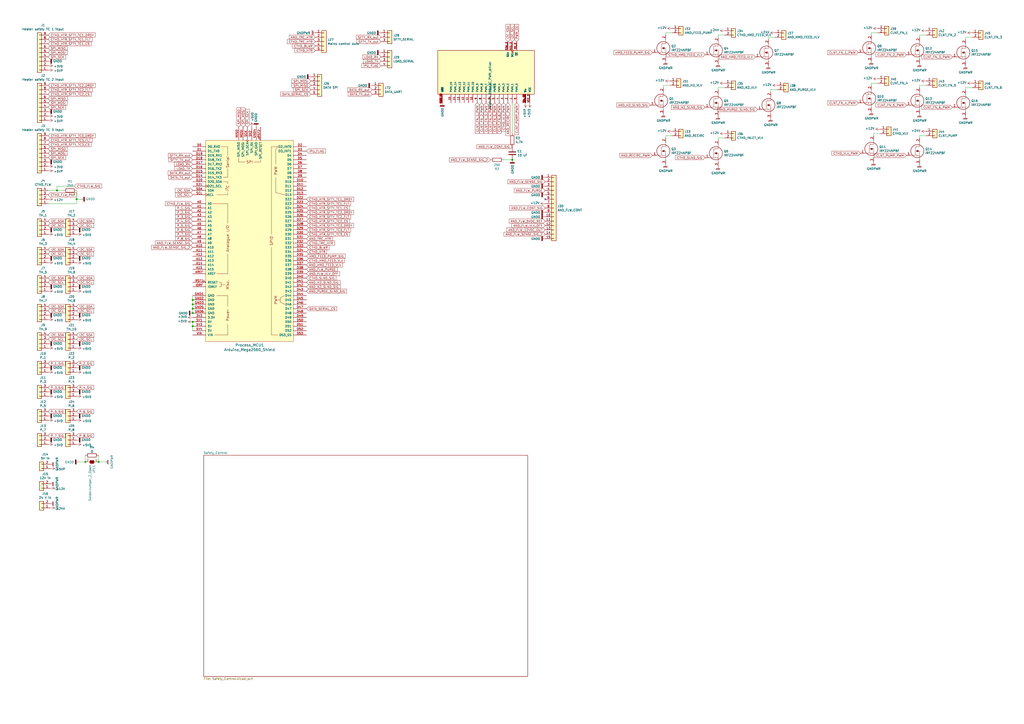
<source format=kicad_sch>
(kicad_sch (version 20211123) (generator eeschema)
  (paper "A2")
  (lib_symbols
    (symbol "Connector_Generic:Conn_01x02" (pin_names (offset 1.016) hide)
      (property "Reference" "J" (at 0 2.54 0))
      (property "Value" "Conn_01x02" (at 0 -5.08 0))
      (symbol "Conn_01x02_1_1"
        (pin passive line (at -5.08 0 0) (length 3.81) (name "Pin_1") (number "1"))
        (pin passive line (at -5.08 -2.54 0) (length 3.81) (name "Pin_2") (number "2"))
      )
    )
    (symbol "Connector_Generic:Conn_01x03" (pin_names (offset 1.016) hide)
      (property "Reference" "J" (at 0 5.08 0))
      (property "Value" "Conn_01x03" (at 0 -5.08 0))
      (symbol "Conn_01x03_1_1"
        (pin passive line (at -5.08 2.54 0) (length 3.81) (name "Pin_1") (number "1"))
        (pin passive line (at -5.08 0 0) (length 3.81) (name "Pin_2") (number "2"))
        (pin passive line (at -5.08 -2.54 0) (length 3.81) (name "Pin_3") (number "3"))
      )
    )
    (symbol "Connector_Generic:Conn_01x04" (pin_names (offset 1.016) hide)
      (property "Reference" "J" (at 0 5.08 0))
      (property "Value" "Conn_01x04" (at 0 -7.62 0))
      (symbol "Conn_01x04_1_1"
        (pin passive line (at -5.08 2.54 0) (length 3.81) (name "Pin_1") (number "1"))
        (pin passive line (at -5.08 0 0) (length 3.81) (name "Pin_2") (number "2"))
        (pin passive line (at -5.08 -2.54 0) (length 3.81) (name "Pin_3") (number "3"))
        (pin passive line (at -5.08 -5.08 0) (length 3.81) (name "Pin_4") (number "4"))
      )
    )
    (symbol "Connector_Generic:Conn_01x05" (pin_names (offset 1.016) hide)
      (property "Reference" "J" (at 0 7.62 0))
      (property "Value" "Conn_01x05" (at 0 -7.62 0))
      (symbol "Conn_01x05_1_1"
        (pin passive line (at -5.08 5.08 0) (length 3.81) (name "Pin_1") (number "1"))
        (pin passive line (at -5.08 2.54 0) (length 3.81) (name "Pin_2") (number "2"))
        (pin passive line (at -5.08 0 0) (length 3.81) (name "Pin_3") (number "3"))
        (pin passive line (at -5.08 -2.54 0) (length 3.81) (name "Pin_4") (number "4"))
        (pin passive line (at -5.08 -5.08 0) (length 3.81) (name "Pin_5") (number "5"))
      )
    )
    (symbol "Connector_Generic:Conn_01x09" (pin_names (offset 1.016) hide)
      (property "Reference" "J" (at 0 12.7 0))
      (property "Value" "Conn_01x09" (at 0 -12.7 0))
      (symbol "Conn_01x09_1_1"
        (pin passive line (at -5.08 10.16 0) (length 3.81) (name "Pin_1") (number "1"))
        (pin passive line (at -5.08 7.62 0) (length 3.81) (name "Pin_2") (number "2"))
        (pin passive line (at -5.08 5.08 0) (length 3.81) (name "Pin_3") (number "3"))
        (pin passive line (at -5.08 2.54 0) (length 3.81) (name "Pin_4") (number "4"))
        (pin passive line (at -5.08 0 0) (length 3.81) (name "Pin_5") (number "5"))
        (pin passive line (at -5.08 -2.54 0) (length 3.81) (name "Pin_6") (number "6"))
        (pin passive line (at -5.08 -5.08 0) (length 3.81) (name "Pin_7") (number "7"))
        (pin passive line (at -5.08 -7.62 0) (length 3.81) (name "Pin_8") (number "8"))
        (pin passive line (at -5.08 -10.16 0) (length 3.81) (name "Pin_9") (number "9"))
      )
    )
    (symbol "Connector_Generic:Conn_01x15" (pin_names (offset 1.016) hide)
      (property "Reference" "J" (at 0 20.32 0))
      (property "Value" "Conn_01x15" (at 0 -20.32 0))
      (symbol "Conn_01x15_1_1"
        (pin passive line (at -5.08 17.78 0) (length 3.81) (name "Pin_1") (number "1"))
        (pin passive line (at -5.08 -5.08 0) (length 3.81) (name "Pin_10") (number "10"))
        (pin passive line (at -5.08 -7.62 0) (length 3.81) (name "Pin_11") (number "11"))
        (pin passive line (at -5.08 -10.16 0) (length 3.81) (name "Pin_12") (number "12"))
        (pin passive line (at -5.08 -12.7 0) (length 3.81) (name "Pin_13") (number "13"))
        (pin passive line (at -5.08 -15.24 0) (length 3.81) (name "Pin_14") (number "14"))
        (pin passive line (at -5.08 -17.78 0) (length 3.81) (name "Pin_15") (number "15"))
        (pin passive line (at -5.08 15.24 0) (length 3.81) (name "Pin_2") (number "2"))
        (pin passive line (at -5.08 12.7 0) (length 3.81) (name "Pin_3") (number "3"))
        (pin passive line (at -5.08 10.16 0) (length 3.81) (name "Pin_4") (number "4"))
        (pin passive line (at -5.08 7.62 0) (length 3.81) (name "Pin_5") (number "5"))
        (pin passive line (at -5.08 5.08 0) (length 3.81) (name "Pin_6") (number "6"))
        (pin passive line (at -5.08 2.54 0) (length 3.81) (name "Pin_7") (number "7"))
        (pin passive line (at -5.08 0 0) (length 3.81) (name "Pin_8") (number "8"))
        (pin passive line (at -5.08 -2.54 0) (length 3.81) (name "Pin_9") (number "9"))
      )
    )
    (symbol "Device:C" (pin_numbers hide) (pin_names (offset 0.254))
      (property "Reference" "C" (at 0.635 2.54 0))
      (property "Value" "C" (at 0.635 -2.54 0))
      (symbol "C_1_1"
        (pin passive line (at 0 3.81 270) (length 2.794) (name "~") (number "1"))
        (pin passive line (at 0 -3.81 90) (length 2.794) (name "~") (number "2"))
      )
    )
    (symbol "Device:R" (pin_numbers hide) (pin_names (offset 0))
      (property "Reference" "R" (at 2.032 0 90))
      (property "Value" "R" (at 0 0 90))
      (symbol "R_1_1"
        (pin passive line (at 0 3.81 270) (length 1.27) (name "~") (number "1"))
        (pin passive line (at 0 -3.81 90) (length 1.27) (name "~") (number "2"))
      )
    )
    (symbol "Jumper:SolderJumper_2_Bridged" (pin_names (offset 0) hide)
      (property "Reference" "JP" (at 0 2.032 0))
      (property "Value" "SolderJumper_2_Bridged" (at 0 -2.54 0))
      (symbol "SolderJumper_2_Bridged_1_1"
        (pin passive line (at -3.81 0 0) (length 2.54) (name "A") (number "1"))
        (pin passive line (at 3.81 0 180) (length 2.54) (name "B") (number "2"))
      )
    )
    (symbol "SCU-rig-control-rescue:815-Arduino" (pin_names (offset 1.016))
      (property "Reference" "U" (at -12.7 28.702 0))
      (property "Value" "815-Arduino" (at -12.7 -30.48 0))
      (symbol "815-Arduino_0_0"
        (pin output line (at 17.78 17.78 180) (length 5.08) (name "PWM_0") (number "0"))
        (pin output line (at 17.78 15.24 180) (length 5.08) (name "PWM_1") (number "1"))
        (pin output line (at 17.78 -7.62 180) (length 5.08) (name "PWM_10") (number "10"))
        (pin output line (at 17.78 -10.16 180) (length 5.08) (name "PWM_11") (number "11"))
        (pin output line (at 17.78 -12.7 180) (length 5.08) (name "PWM_12") (number "12"))
        (pin output line (at 17.78 -15.24 180) (length 5.08) (name "PWM_13") (number "13"))
        (pin output line (at 17.78 -17.78 180) (length 5.08) (name "PWM_14") (number "14"))
        (pin output line (at 17.78 -20.32 180) (length 5.08) (name "PWM_15") (number "15"))
        (pin output line (at 17.78 12.7 180) (length 5.08) (name "PWM_2") (number "2"))
        (pin output line (at 17.78 10.16 180) (length 5.08) (name "PWM_3") (number "3"))
        (pin output line (at 17.78 7.62 180) (length 5.08) (name "PWM_4") (number "4"))
        (pin output line (at 17.78 5.08 180) (length 5.08) (name "PWM_5") (number "5"))
        (pin output line (at 17.78 2.54 180) (length 5.08) (name "PWM_6") (number "6"))
        (pin output line (at 17.78 0 180) (length 5.08) (name "PWM_7") (number "7"))
        (pin output line (at 17.78 -2.54 180) (length 5.08) (name "PWM_8") (number "8"))
        (pin output line (at 17.78 -5.08 180) (length 5.08) (name "PWM_9") (number "9"))
        (pin power_in line (at 17.78 -25.4 180) (length 5.08) (name "GND") (number "GND_1"))
        (pin power_in line (at 17.78 -25.4 180) (length 5.08) (name "GND") (number "GND_10"))
        (pin power_in line (at 17.78 -25.4 180) (length 5.08) (name "GND") (number "GND_11"))
        (pin power_in line (at 17.78 -25.4 180) (length 5.08) (name "GND") (number "GND_12"))
        (pin power_in line (at 17.78 -25.4 180) (length 5.08) (name "GND") (number "GND_13"))
        (pin power_in line (at 17.78 -25.4 180) (length 5.08) (name "GND") (number "GND_14"))
        (pin power_in line (at 17.78 -25.4 180) (length 5.08) (name "GND") (number "GND_15"))
        (pin power_in line (at 17.78 -25.4 180) (length 5.08) (name "GND") (number "GND_16"))
        (pin power_in line (at 17.78 -25.4 180) (length 5.08) (name "GND") (number "GND_17"))
        (pin power_in line (at 17.78 -25.4 180) (length 5.08) (name "GND") (number "GND_18"))
        (pin power_in line (at 17.78 -25.4 180) (length 5.08) (name "GND") (number "GND_2"))
        (pin power_in line (at 17.78 -25.4 180) (length 5.08) (name "GND") (number "GND_3"))
        (pin power_in line (at 17.78 -25.4 180) (length 5.08) (name "GND") (number "GND_4"))
        (pin power_in line (at 17.78 -25.4 180) (length 5.08) (name "GND") (number "GND_5"))
        (pin power_in line (at 17.78 -25.4 180) (length 5.08) (name "GND") (number "GND_6"))
        (pin power_in line (at 17.78 -25.4 180) (length 5.08) (name "GND") (number "GND_7"))
        (pin power_in line (at 17.78 -25.4 180) (length 5.08) (name "GND") (number "GND_8"))
        (pin power_in line (at 17.78 -25.4 180) (length 5.08) (name "GND") (number "GND_9"))
        (pin input line (at -17.78 17.78 0) (length 5.08) (name "~{OE}") (number "OE_1"))
        (pin input line (at -17.78 17.78 0) (length 5.08) (name "~{OE}") (number "OE_2"))
        (pin input clock (at -17.78 15.24 0) (length 5.08) (name "SCL") (number "SCL_1"))
        (pin input clock (at -17.78 15.24 0) (length 5.08) (name "SCL") (number "SCL_2"))
        (pin bidirectional line (at -17.78 12.7 0) (length 5.08) (name "SDA") (number "SDA_1"))
        (pin bidirectional line (at -17.78 12.7 0) (length 5.08) (name "SDA") (number "SDA_2"))
        (pin power_in line (at 17.78 22.86 180) (length 5.08) (name "V+") (number "V+_1"))
        (pin power_in line (at 17.78 22.86 180) (length 5.08) (name "V+") (number "V+_10"))
        (pin power_in line (at 17.78 22.86 180) (length 5.08) (name "V+") (number "V+_11"))
        (pin power_in line (at 17.78 22.86 180) (length 5.08) (name "V+") (number "V+_12"))
        (pin power_in line (at 17.78 22.86 180) (length 5.08) (name "V+") (number "V+_13"))
        (pin power_in line (at 17.78 22.86 180) (length 5.08) (name "V+") (number "V+_14"))
        (pin power_in line (at 17.78 22.86 180) (length 5.08) (name "V+") (number "V+_15"))
        (pin power_in line (at 17.78 22.86 180) (length 5.08) (name "V+") (number "V+_16"))
        (pin power_in line (at 17.78 22.86 180) (length 5.08) (name "V+") (number "V+_17"))
        (pin power_in line (at 17.78 22.86 180) (length 5.08) (name "V+") (number "V+_18"))
        (pin power_in line (at 17.78 22.86 180) (length 5.08) (name "V+") (number "V+_2"))
        (pin power_in line (at 17.78 22.86 180) (length 5.08) (name "V+") (number "V+_3"))
        (pin power_in line (at 17.78 22.86 180) (length 5.08) (name "V+") (number "V+_4"))
        (pin power_in line (at 17.78 22.86 180) (length 5.08) (name "V+") (number "V+_5"))
        (pin power_in line (at 17.78 22.86 180) (length 5.08) (name "V+") (number "V+_6"))
        (pin power_in line (at 17.78 22.86 180) (length 5.08) (name "V+") (number "V+_7"))
        (pin power_in line (at 17.78 22.86 180) (length 5.08) (name "V+") (number "V+_8"))
        (pin power_in line (at 17.78 22.86 180) (length 5.08) (name "V+") (number "V+_9"))
        (pin power_in line (at 17.78 25.4 180) (length 5.08) (name "VCC") (number "VCC_1"))
        (pin power_in line (at 17.78 25.4 180) (length 5.08) (name "VCC") (number "VCC_2"))
      )
    )
    (symbol "SCU-rig-control-rescue:Arduino_Mega2560_Shield-Arduino" (pin_names (offset 1.016))
      (property "Reference" "XA" (at 2.54 0 90))
      (property "Value" "Arduino_Mega2560_Shield-Arduino" (at -2.54 0 90))
      (symbol "Arduino_Mega2560_Shield-Arduino_0_0"
        (text "Analogue I/O" (at -12.7 1.27 900) (effects (font (size 1.524 1.524))))
        (text "I²C" (at -12.7 30.48 900) (effects (font (size 1.524 1.524))))
        (text "Misc." (at -12.7 -25.4 900) (effects (font (size 1.524 1.524))))
        (text "Power" (at -12.7 -43.18 900) (effects (font (size 1.524 1.524))))
        (text "PWM" (at 15.24 -34.29 900) (effects (font (size 1.524 1.524))))
        (text "PWM" (at 15.24 40.64 900) (effects (font (size 1.524 1.524))))
        (text "Serial" (at -12.7 45.72 900) (effects (font (size 1.524 1.524))))
        (text "SPI" (at 0 45.72 0) (effects (font (size 1.524 1.524))))
      )
      (symbol "Arduino_Mega2560_Shield-Arduino_1_0"
        (text "GPIO" (at 12.7 0 900) (effects (font (size 1.524 1.524))))
      )
      (symbol "Arduino_Mega2560_Shield-Arduino_1_1"
        (pin power_in line (at -33.02 -44.45 0) (length 7.62) (name "3.3V") (number "3V3"))
        (pin power_in line (at -33.02 -46.99 0) (length 7.62) (name "5V") (number "5V1"))
        (pin power_in line (at 1.27 66.04 270) (length 7.62) (name "SPI_5V") (number "5V2"))
        (pin power_in line (at -33.02 -49.53 0) (length 7.62) (name "5V") (number "5V3"))
        (pin power_in line (at -33.02 -52.07 0) (length 7.62) (name "5V") (number "5V4"))
        (pin bidirectional line (at -33.02 21.59 0) (length 7.62) (name "A0") (number "A0"))
        (pin bidirectional line (at -33.02 19.05 0) (length 7.62) (name "A1") (number "A1"))
        (pin bidirectional line (at -33.02 -3.81 0) (length 7.62) (name "A10") (number "A10"))
        (pin bidirectional line (at -33.02 -6.35 0) (length 7.62) (name "A11") (number "A11"))
        (pin bidirectional line (at -33.02 -8.89 0) (length 7.62) (name "A12") (number "A12"))
        (pin bidirectional line (at -33.02 -11.43 0) (length 7.62) (name "A13") (number "A13"))
        (pin bidirectional line (at -33.02 -13.97 0) (length 7.62) (name "A14") (number "A14"))
        (pin bidirectional line (at -33.02 -16.51 0) (length 7.62) (name "A15") (number "A15"))
        (pin bidirectional line (at -33.02 16.51 0) (length 7.62) (name "A2") (number "A2"))
        (pin bidirectional line (at -33.02 13.97 0) (length 7.62) (name "A3") (number "A3"))
        (pin bidirectional line (at -33.02 11.43 0) (length 7.62) (name "A4") (number "A4"))
        (pin bidirectional line (at -33.02 8.89 0) (length 7.62) (name "A5") (number "A5"))
        (pin bidirectional line (at -33.02 6.35 0) (length 7.62) (name "A6") (number "A6"))
        (pin bidirectional line (at -33.02 3.81 0) (length 7.62) (name "A7") (number "A7"))
        (pin bidirectional line (at -33.02 1.27 0) (length 7.62) (name "A8") (number "A8"))
        (pin bidirectional line (at -33.02 -1.27 0) (length 7.62) (name "A9") (number "A9"))
        (pin input line (at -33.02 -19.05 0) (length 7.62) (name "AREF") (number "AREF"))
        (pin bidirectional line (at -33.02 54.61 0) (length 7.62) (name "D0_RX0") (number "D0"))
        (pin bidirectional line (at -33.02 52.07 0) (length 7.62) (name "D1_TX0") (number "D1"))
        (pin bidirectional line (at 33.02 34.29 180) (length 7.62) (name "D10") (number "D10"))
        (pin bidirectional line (at 33.02 31.75 180) (length 7.62) (name "D11") (number "D11"))
        (pin bidirectional line (at 33.02 29.21 180) (length 7.62) (name "D12") (number "D12"))
        (pin bidirectional line (at 33.02 26.67 180) (length 7.62) (name "D13") (number "D13"))
        (pin bidirectional line (at -33.02 36.83 0) (length 7.62) (name "D14_TX3") (number "D14"))
        (pin bidirectional line (at -33.02 39.37 0) (length 7.62) (name "D15_RX3") (number "D15"))
        (pin bidirectional line (at -33.02 41.91 0) (length 7.62) (name "D16_TX2") (number "D16"))
        (pin bidirectional line (at -33.02 44.45 0) (length 7.62) (name "D17_RX2") (number "D17"))
        (pin bidirectional line (at -33.02 46.99 0) (length 7.62) (name "D18_TX1") (number "D18"))
        (pin bidirectional line (at -33.02 49.53 0) (length 7.62) (name "D19_RX1") (number "D19"))
        (pin bidirectional line (at 33.02 54.61 180) (length 7.62) (name "D2_INT0") (number "D2"))
        (pin bidirectional line (at -33.02 34.29 0) (length 7.62) (name "D20_SDA") (number "D20"))
        (pin bidirectional clock (at -33.02 31.75 0) (length 7.62) (name "D21_SCL") (number "D21"))
        (pin bidirectional line (at 33.02 24.13 180) (length 7.62) (name "D22") (number "D22"))
        (pin bidirectional line (at 33.02 21.59 180) (length 7.62) (name "D23") (number "D23"))
        (pin bidirectional line (at 33.02 19.05 180) (length 7.62) (name "D24") (number "D24"))
        (pin bidirectional line (at 33.02 16.51 180) (length 7.62) (name "D25") (number "D25"))
        (pin bidirectional line (at 33.02 13.97 180) (length 7.62) (name "D26") (number "D26"))
        (pin bidirectional line (at 33.02 11.43 180) (length 7.62) (name "D27") (number "D27"))
        (pin bidirectional line (at 33.02 8.89 180) (length 7.62) (name "D28") (number "D28"))
        (pin bidirectional line (at 33.02 6.35 180) (length 7.62) (name "D29") (number "D29"))
        (pin bidirectional line (at 33.02 52.07 180) (length 7.62) (name "D3_INT1") (number "D3"))
        (pin bidirectional line (at 33.02 3.81 180) (length 7.62) (name "D30") (number "D30"))
        (pin bidirectional line (at 33.02 1.27 180) (length 7.62) (name "D31") (number "D31"))
        (pin bidirectional line (at 33.02 -1.27 180) (length 7.62) (name "D32") (number "D32"))
        (pin bidirectional line (at 33.02 -3.81 180) (length 7.62) (name "D33") (number "D33"))
        (pin bidirectional line (at 33.02 -6.35 180) (length 7.62) (name "D34") (number "D34"))
        (pin bidirectional line (at 33.02 -8.89 180) (length 7.62) (name "D35") (number "D35"))
        (pin bidirectional line (at 33.02 -11.43 180) (length 7.62) (name "D36") (number "D36"))
        (pin bidirectional line (at 33.02 -13.97 180) (length 7.62) (name "D37") (number "D37"))
        (pin bidirectional line (at 33.02 -16.51 180) (length 7.62) (name "D38") (number "D38"))
        (pin bidirectional line (at 33.02 -19.05 180) (length 7.62) (name "D39") (number "D39"))
        (pin bidirectional line (at 33.02 49.53 180) (length 7.62) (name "D4") (number "D4"))
        (pin bidirectional line (at 33.02 -21.59 180) (length 7.62) (name "D40") (number "D40"))
        (pin bidirectional line (at 33.02 -24.13 180) (length 7.62) (name "D41") (number "D41"))
        (pin bidirectional line (at 33.02 -26.67 180) (length 7.62) (name "D42") (number "D42"))
        (pin bidirectional line (at 33.02 -29.21 180) (length 7.62) (name "D43") (number "D43"))
        (pin bidirectional line (at 33.02 -31.75 180) (length 7.62) (name "D44") (number "D44"))
        (pin bidirectional line (at 33.02 -34.29 180) (length 7.62) (name "D45") (number "D45"))
        (pin bidirectional line (at 33.02 -36.83 180) (length 7.62) (name "D46") (number "D46"))
        (pin bidirectional line (at 33.02 -39.37 180) (length 7.62) (name "D47") (number "D47"))
        (pin bidirectional line (at 33.02 -41.91 180) (length 7.62) (name "D48") (number "D48"))
        (pin bidirectional line (at 33.02 -44.45 180) (length 7.62) (name "D49") (number "D49"))
        (pin bidirectional line (at 33.02 46.99 180) (length 7.62) (name "D5") (number "D5"))
        (pin bidirectional line (at 33.02 -46.99 180) (length 7.62) (name "D50") (number "D50"))
        (pin bidirectional line (at 33.02 -49.53 180) (length 7.62) (name "D51") (number "D51"))
        (pin bidirectional line (at 33.02 -52.07 180) (length 7.62) (name "D52") (number "D52"))
        (pin bidirectional line (at 33.02 -54.61 180) (length 7.62) (name "D53_SS") (number "D53"))
        (pin bidirectional line (at 33.02 44.45 180) (length 7.62) (name "D6") (number "D6"))
        (pin bidirectional line (at 33.02 41.91 180) (length 7.62) (name "D7") (number "D7"))
        (pin bidirectional line (at 33.02 39.37 180) (length 7.62) (name "D8") (number "D8"))
        (pin bidirectional line (at 33.02 36.83 180) (length 7.62) (name "D9") (number "D9"))
        (pin power_in line (at -33.02 -31.75 0) (length 7.62) (name "GND") (number "GND1"))
        (pin power_in line (at -33.02 -34.29 0) (length 7.62) (name "GND") (number "GND2"))
        (pin power_in line (at -33.02 -36.83 0) (length 7.62) (name "GND") (number "GND3"))
        (pin power_in line (at 3.81 66.04 270) (length 7.62) (name "SPI_GND") (number "GND4"))
        (pin power_in line (at -33.02 -39.37 0) (length 7.62) (name "GND") (number "GND5"))
        (pin power_in line (at -33.02 -41.91 0) (length 7.62) (name "GND") (number "GND6"))
        (pin output line (at -33.02 -26.67 0) (length 7.62) (name "IOREF") (number "IORF"))
        (pin input line (at -6.35 66.04 270) (length 7.62) (name "SPI_MISO") (number "MISO"))
        (pin output line (at -3.81 66.04 270) (length 7.62) (name "SPI_MOSI") (number "MOSI"))
        (pin open_collector input_low (at -33.02 -24.13 0) (length 7.62) (name "RESET") (number "RST1"))
        (pin open_collector input_low (at 6.35 66.04 270) (length 7.62) (name "SPI_RESET") (number "RST2"))
        (pin output clock (at -1.27 66.04 270) (length 7.62) (name "SPI_SCK") (number "SCK"))
        (pin bidirectional clock (at -33.02 26.67 0) (length 7.62) (name "SCL") (number "SCL"))
        (pin bidirectional line (at -33.02 29.21 0) (length 7.62) (name "SDA") (number "SDA"))
        (pin power_in line (at -33.02 -54.61 0) (length 7.62) (name "VIN") (number "VIN"))
      )
    )
    (symbol "SCU-rig-control-rescue:IRFZ24NPBF-SamacSys_Parts" (pin_names (offset 0.762))
      (property "Reference" "Q" (at 11.43 3.81 0))
      (property "Value" "IRFZ24NPBF-SamacSys_Parts" (at 11.43 1.27 0))
      (symbol "IRFZ24NPBF-SamacSys_Parts_0_0"
        (pin passive line (at 0 0 0) (length 2.54) (name "~") (number "1"))
        (pin passive line (at 7.62 10.16 270) (length 2.54) (name "~") (number "2"))
        (pin passive line (at 7.62 -5.08 90) (length 2.54) (name "~") (number "3"))
      )
    )
    (symbol "power:+12V" (power) (pin_names (offset 0))
      (property "Value" "+12V" (at 0 3.556 0))
      (symbol "+12V_1_1"
        (pin power_in line (at 0 0 90) (length 0) hide (name "+12V") (number "1"))
      )
    )
    (symbol "power:+24V" (power) (pin_names (offset 0))
      (property "Value" "+24V" (at 0 3.556 0))
      (symbol "+24V_1_1"
        (pin power_in line (at 0 0 90) (length 0) hide (name "+24V") (number "1"))
      )
    )
    (symbol "power:+3V0" (power) (pin_names (offset 0))
      (property "Value" "+3V0" (at 0 3.556 0))
      (symbol "+3V0_1_1"
        (pin power_in line (at 0 0 90) (length 0) hide (name "+3V0") (number "1"))
      )
    )
    (symbol "power:+5VD" (power) (pin_names (offset 0))
      (property "Value" "+5VD" (at 0 3.556 0))
      (symbol "+5VD_1_1"
        (pin power_in line (at 0 0 90) (length 0) hide (name "+5VD") (number "1"))
      )
    )
    (symbol "power:+5VP" (power) (pin_names (offset 0))
      (property "Value" "+5VP" (at 0 3.556 0))
      (symbol "+5VP_1_1"
        (pin power_in line (at 0 0 90) (length 0) hide (name "+5VP") (number "1"))
      )
    )
    (symbol "power:GNDD" (power) (pin_names (offset 0))
      (property "Value" "GNDD" (at 0 -3.175 0))
      (symbol "GNDD_1_1"
        (pin power_in line (at 0 0 270) (length 0) hide (name "GNDD") (number "1"))
      )
    )
    (symbol "power:GNDPWR" (power) (pin_names (offset 0))
      (property "Value" "GNDPWR" (at 0 -3.302 0))
      (symbol "GNDPWR_1_1"
        (pin power_in line (at 0 0 270) (length 0) hide (name "GNDPWR") (number "1"))
      )
    )
  )
  (junction (at 111.76 189.23))
  (junction (at 111.76 179.07))
  (junction (at 49.53 267.97))
  (junction (at 44.45 115.57))
  (junction (at 111.76 176.53))
  (junction (at 111.76 186.69))
  (junction (at 111.76 181.61))
  (junction (at 111.76 173.99))
  (junction (at 33.02 110.49))
  (junction (at 297.18 92.71))
  (junction (at 57.15 267.97))
  (no_connect (at 316.23 115.57))
  (wire (pts (xy 506.73 77.47) (xy 506.73 78.74)))
  (wire (pts (xy 416.56 50.8) (xy 416.56 52.07)))
  (wire (pts (xy 560.07 21.59) (xy 560.07 22.86)))
  (wire (pts (xy 111.76 171.45) (xy 111.76 173.99)))
  (wire (pts (xy 533.4 20.32) (xy 533.4 21.59)))
  (wire (pts (xy 510.54 77.47) (xy 506.73 77.47)))
  (wire (pts (xy 388.62 49.53) (xy 384.81 49.53)))
  (wire (pts (xy 537.21 78.74) (xy 533.4 78.74)))
  (wire (pts (xy 44.45 118.11) (xy 44.45 115.57)))
  (wire (pts (xy 44.45 110.49) (xy 44.45 115.57)))
  (wire (pts (xy 386.08 19.05) (xy 386.08 20.32)))
  (wire (pts (xy 27.94 118.11) (xy 44.45 118.11)))
  (wire (pts (xy 111.76 189.23) (xy 111.76 186.69)))
  (wire (pts (xy 509.27 19.05) (xy 505.46 19.05)))
  (wire (pts (xy 111.76 173.99) (xy 111.76 176.53)))
  (wire (pts (xy 563.88 21.59) (xy 560.07 21.59)))
  (wire (pts (xy 43.18 107.95) (xy 33.02 107.95)))
  (wire (pts (xy 389.89 78.74) (xy 386.08 78.74)))
  (wire (pts (xy 33.02 107.95) (xy 33.02 110.49)))
  (wire (pts (xy 416.56 80.01) (xy 416.56 81.28)))
  (wire (pts (xy 111.76 176.53) (xy 111.76 179.07)))
  (wire (pts (xy 505.46 48.26) (xy 505.46 49.53)))
  (wire (pts (xy 36.83 110.49) (xy 33.02 110.49)))
  (wire (pts (xy 450.85 52.07) (xy 447.04 52.07)))
  (wire (pts (xy 49.53 264.16) (xy 49.53 267.97)))
  (wire (pts (xy 111.76 191.77) (xy 111.76 189.23)))
  (wire (pts (xy 505.46 19.05) (xy 505.46 20.32)))
  (wire (pts (xy 297.18 77.47) (xy 297.18 59.69)))
  (wire (pts (xy 292.1 92.71) (xy 297.18 92.71)))
  (wire (pts (xy 44.45 115.57) (xy 46.99 115.57)))
  (wire (pts (xy 509.27 48.26) (xy 505.46 48.26)))
  (wire (pts (xy 560.07 50.8) (xy 560.07 52.07)))
  (wire (pts (xy 447.04 52.07) (xy 447.04 53.34)))
  (wire (pts (xy 445.77 21.59) (xy 445.77 22.86)))
  (wire (pts (xy 384.81 49.53) (xy 384.81 50.8)))
  (wire (pts (xy 420.37 80.01) (xy 416.56 80.01)))
  (wire (pts (xy 111.76 179.07) (xy 111.76 181.61)))
  (wire (pts (xy 60.96 267.97) (xy 57.15 267.97)))
  (wire (pts (xy 57.15 264.16) (xy 57.15 267.97)))
  (wire (pts (xy 389.89 19.05) (xy 386.08 19.05)))
  (wire (pts (xy 420.37 50.8) (xy 416.56 50.8)))
  (wire (pts (xy 449.58 21.59) (xy 445.77 21.59)))
  (wire (pts (xy 533.4 49.53) (xy 533.4 50.8)))
  (wire (pts (xy 420.37 20.32) (xy 416.56 20.32)))
  (wire (pts (xy 537.21 20.32) (xy 533.4 20.32)))
  (wire (pts (xy 537.21 49.53) (xy 533.4 49.53)))
  (wire (pts (xy 33.02 110.49) (xy 27.94 110.49)))
  (wire (pts (xy 533.4 78.74) (xy 533.4 80.01)))
  (wire (pts (xy 386.08 78.74) (xy 386.08 80.01)))
  (wire (pts (xy 49.53 267.97) (xy 45.72 267.97)))
  (wire (pts (xy 563.88 50.8) (xy 560.07 50.8)))
  (wire (pts (xy 416.56 20.32) (xy 416.56 21.59)))
  (global_label "CTHD_HTR_SFTY_TC2_DRDY" (shape input) (at 177.8 123.19 0) (property "Intersheet References" "${INTERSHEET_REFS}" (effects hide)))
  (global_label "CTHD_HTR_SFTY_TC1_DRDY" (shape input) (at 27.94 20.32 0) (property "Intersheet References" "${INTERSHEET_REFS}" (effects hide)))
  (global_label "HMD_FEED_PUMP_SIG" (shape input) (at 378.46 30.48 180) (property "Intersheet References" "${INTERSHEET_REFS}" (effects hide)))
  (global_label "SPI_MOSI" (shape input) (at 180.34 46.99 180) (property "Intersheet References" "${INTERSHEET_REFS}" (effects hide)))
  (global_label "AND_FLW_PURGE" (shape input) (at 177.8 156.21 0) (property "Intersheet References" "${INTERSHEET_REFS}" (effects hide)))
  (global_label "AND_PURGE_SLND_SIG" (shape input) (at 439.42 63.5 180) (property "Intersheet References" "${INTERSHEET_REFS}" (effects hide)))
  (global_label "AND_FLW_PURGE" (shape input) (at 316.23 110.49 180) (property "Intersheet References" "${INTERSHEET_REFS}" (effects hide)))
  (global_label "DATA_SERIAL_CS" (shape input) (at 177.8 179.07 0) (property "Intersheet References" "${INTERSHEET_REFS}" (effects hide)))
  (global_label "CTHD_HTR" (shape input) (at 182.88 29.21 180) (property "Intersheet References" "${INTERSHEET_REFS}" (effects hide)))
  (global_label "PWM_OE" (shape input) (at 299.72 24.13 90) (property "Intersheet References" "${INTERSHEET_REFS}" (effects hide)))
  (global_label "CTHD_BLWR" (shape input) (at 182.88 26.67 180) (property "Intersheet References" "${INTERSHEET_REFS}" (effects hide)))
  (global_label "I2C_SDA" (shape input) (at 44.45 161.29 0) (property "Intersheet References" "${INTERSHEET_REFS}" (effects hide)))
  (global_label "I2C_SCL" (shape input) (at 27.94 163.83 0) (property "Intersheet References" "${INTERSHEET_REFS}" (effects hide)))
  (global_label "CLNT_FN_4_PWM" (shape input) (at 497.84 59.69 180) (property "Intersheet References" "${INTERSHEET_REFS}" (effects hide)))
  (global_label "P_6_SIG" (shape input) (at 44.45 238.76 0) (property "Intersheet References" "${INTERSHEET_REFS}" (effects hide)))
  (global_label "HMD_FEED_PUMP_SIG" (shape input) (at 177.8 148.59 0) (property "Intersheet References" "${INTERSHEET_REFS}" (effects hide)))
  (global_label "AND_RECIRC_PWM" (shape input) (at 378.46 90.17 180) (property "Intersheet References" "${INTERSHEET_REFS}" (effects hide)))
  (global_label "CTHD_SLND_SIG" (shape input) (at 177.8 161.29 0) (property "Intersheet References" "${INTERSHEET_REFS}" (effects hide)))
  (global_label "AND_FLW_SENSE_SIG_2" (shape input) (at 284.48 92.71 180) (property "Intersheet References" "${INTERSHEET_REFS}" (effects hide)))
  (global_label "I2C_SDA" (shape input) (at 111.76 110.49 180) (property "Intersheet References" "${INTERSHEET_REFS}" (effects hide)))
  (global_label "CLNT_FN_3_PWM" (shape input) (at 281.94 59.69 270) (property "Intersheet References" "${INTERSHEET_REFS}" (effects hide)))
  (global_label "CTHD_HTR_SFTY_TC2_FLT" (shape input) (at 177.8 125.73 0) (property "Intersheet References" "${INTERSHEET_REFS}" (effects hide)))
  (global_label "SFTY_RX_out" (shape input) (at 220.98 21.59 180) (property "Intersheet References" "${INTERSHEET_REFS}" (effects hide)))
  (global_label "CTHD_SLND_SIG" (shape input) (at 408.94 91.44 180) (property "Intersheet References" "${INTERSHEET_REFS}" (effects hide)))
  (global_label "AND_FLW_SENSE_SIG" (shape input) (at 316.23 105.41 180) (property "Intersheet References" "${INTERSHEET_REFS}" (effects hide)))
  (global_label "CLNT_FN_4_PWM" (shape input) (at 284.48 59.69 270) (property "Intersheet References" "${INTERSHEET_REFS}" (effects hide)))
  (global_label "I2C_SCL" (shape input) (at 44.45 180.34 0) (property "Intersheet References" "${INTERSHEET_REFS}" (effects hide)))
  (global_label "I2C_SCL" (shape input) (at 44.45 147.32 0) (property "Intersheet References" "${INTERSHEET_REFS}" (effects hide)))
  (global_label "CTHD_HTR_SFTY_TC1_FLT" (shape input) (at 27.94 22.86 0) (property "Intersheet References" "${INTERSHEET_REFS}" (effects hide)))
  (global_label "AND_H2_SLND_SIG" (shape input) (at 177.8 163.83 0) (property "Intersheet References" "${INTERSHEET_REFS}" (effects hide)))
  (global_label "AND_FLW_5VDC_REF" (shape input) (at 316.23 128.27 180) (property "Intersheet References" "${INTERSHEET_REFS}" (effects hide)))
  (global_label "CTHD_HTR_SFTY_TC3_DRDY" (shape input) (at 27.94 78.74 0) (property "Intersheet References" "${INTERSHEET_REFS}" (effects hide)))
  (global_label "AND_HMD_FEED_VLV" (shape input) (at 438.15 33.02 180) (property "Intersheet References" "${INTERSHEET_REFS}" (effects hide)))
  (global_label "I2C_SCL" (shape input) (at 297.18 24.13 90) (property "Intersheet References" "${INTERSHEET_REFS}" (effects hide)))
  (global_label "SPI_MISO" (shape input) (at 27.94 27.94 0) (property "Intersheet References" "${INTERSHEET_REFS}" (effects hide)))
  (global_label "P_4_SIG" (shape input) (at 111.76 128.27 180) (property "Intersheet References" "${INTERSHEET_REFS}" (effects hide)))
  (global_label "CTHD_HTR_SFTY_TC3_FLT" (shape input) (at 177.8 133.35 0) (property "Intersheet References" "${INTERSHEET_REFS}" (effects hide)))
  (global_label "DATA_TX_out" (shape input) (at 111.76 102.87 180) (property "Intersheet References" "${INTERSHEET_REFS}" (effects hide)))
  (global_label "I2C_SCL" (shape input) (at 111.76 113.03 180) (property "Intersheet References" "${INTERSHEET_REFS}" (effects hide)))
  (global_label "DATA_SERIAL_CS" (shape input) (at 180.34 54.61 180) (property "Intersheet References" "${INTERSHEET_REFS}" (effects hide)))
  (global_label "P_1_SIG" (shape input) (at 111.76 120.65 180) (property "Intersheet References" "${INTERSHEET_REFS}" (effects hide)))
  (global_label "CLNT_FN_1_PWM" (shape input) (at 276.86 59.69 270) (property "Intersheet References" "${INTERSHEET_REFS}" (effects hide)))
  (global_label "I2C_SDA" (shape input) (at 27.94 144.78 0) (property "Intersheet References" "${INTERSHEET_REFS}" (effects hide)))
  (global_label "CLNT_FN_5_PWM" (shape input) (at 287.02 59.69 270) (property "Intersheet References" "${INTERSHEET_REFS}" (effects hide)))
  (global_label "SPI_SCK" (shape input) (at 143.51 73.66 90) (property "Intersheet References" "${INTERSHEET_REFS}" (effects hide)))
  (global_label "I2C_SCL" (shape input) (at 44.45 163.83 0) (property "Intersheet References" "${INTERSHEET_REFS}" (effects hide)))
  (global_label "P_3_SIG" (shape input) (at 27.94 224.79 0) (property "Intersheet References" "${INTERSHEET_REFS}" (effects hide)))
  (global_label "AND_FLW_CONT_SIG" (shape input) (at 297.18 85.09 180) (property "Intersheet References" "${INTERSHEET_REFS}" (effects hide)))
  (global_label "CTHD_HTR_SFTY_TC1_FLT" (shape input) (at 177.8 118.11 0) (property "Intersheet References" "${INTERSHEET_REFS}" (effects hide)))
  (global_label "CLNT_PUMP_PWM" (shape input) (at 299.72 59.69 270) (property "Intersheet References" "${INTERSHEET_REFS}" (effects hide)))
  (global_label "I2C_SCL" (shape input) (at 27.94 196.85 0) (property "Intersheet References" "${INTERSHEET_REFS}" (effects hide)))
  (global_label "AND_N2_SLND_SIG" (shape input) (at 177.8 166.37 0) (property "Intersheet References" "${INTERSHEET_REFS}" (effects hide)))
  (global_label "CTHD_VLV_PWM" (shape input) (at 292.1 59.69 270) (property "Intersheet References" "${INTERSHEET_REFS}" (effects hide)))
  (global_label "LOAD_TX" (shape input) (at 220.98 35.56 180) (property "Intersheet References" "${INTERSHEET_REFS}" (effects hide)))
  (global_label "CLNT_FN_2_PWM" (shape input) (at 279.4 59.69 270) (property "Intersheet References" "${INTERSHEET_REFS}" (effects hide)))
  (global_label "CTHD_TRC_HTR" (shape input) (at 182.88 24.13 180) (property "Intersheet References" "${INTERSHEET_REFS}" (effects hide)))
  (global_label "CTHD_HMD_FEED_VLV" (shape input) (at 408.94 31.75 180) (property "Intersheet References" "${INTERSHEET_REFS}" (effects hide)))
  (global_label "DATA_TX_out" (shape input) (at 215.9 54.61 180) (property "Intersheet References" "${INTERSHEET_REFS}" (effects hide)))
  (global_label "SPI_SCK" (shape input) (at 180.34 52.07 180) (property "Intersheet References" "${INTERSHEET_REFS}" (effects hide)))
  (global_label "I2C_SCL" (shape input) (at 44.45 196.85 0) (property "Intersheet References" "${INTERSHEET_REFS}" (effects hide)))
  (global_label "CTHD_HTR_SFTY_TC1_CS" (shape input) (at 27.94 25.4 0) (property "Intersheet References" "${INTERSHEET_REFS}" (effects hide)))
  (global_label "IPU_FLAG" (shape input) (at 177.8 87.63 0) (property "Intersheet References" "${INTERSHEET_REFS}" (effects hide)))
  (global_label "LOAD_RX" (shape input) (at 220.98 33.02 180) (property "Intersheet References" "${INTERSHEET_REFS}" (effects hide)))
  (global_label "SPI_MISO" (shape input) (at 180.34 49.53 180) (property "Intersheet References" "${INTERSHEET_REFS}" (effects hide)))
  (global_label "CLNT_FN_5_PWM" (shape input) (at 525.78 60.96 180) (property "Intersheet References" "${INTERSHEET_REFS}" (effects hide)))
  (global_label "I2C_SCL" (shape input) (at 27.94 130.81 0) (property "Intersheet References" "${INTERSHEET_REFS}" (effects hide)))
  (global_label "CTHD_HTR_SFTY_TC2_DRDY" (shape input) (at 27.94 49.53 0) (property "Intersheet References" "${INTERSHEET_REFS}" (effects hide)))
  (global_label "SPI_MISO" (shape input) (at 138.43 73.66 90) (property "Intersheet References" "${INTERSHEET_REFS}" (effects hide)))
  (global_label "SFTY_TX_out" (shape input) (at 111.76 92.71 180) (property "Intersheet References" "${INTERSHEET_REFS}" (effects hide)))
  (global_label "I2C_SDA" (shape input) (at 294.64 24.13 90) (property "Intersheet References" "${INTERSHEET_REFS}" (effects hide)))
  (global_label "AND_FLW_SENSE_SIG_2" (shape input) (at 111.76 143.51 180) (property "Intersheet References" "${INTERSHEET_REFS}" (effects hide)))
  (global_label "I2C_SDA" (shape input) (at 27.94 194.31 0) (property "Intersheet References" "${INTERSHEET_REFS}" (effects hide)))
  (global_label "I2C_SCL" (shape input) (at 44.45 130.81 0) (property "Intersheet References" "${INTERSHEET_REFS}" (effects hide)))
  (global_label "CTHD_HTR_SFTY_TC3_CS" (shape input) (at 27.94 83.82 0) (property "Intersheet References" "${INTERSHEET_REFS}" (effects hide)))
  (global_label "SPI_MOSI" (shape input) (at 27.94 59.69 0) (property "Intersheet References" "${INTERSHEET_REFS}" (effects hide)))
  (global_label "P_2_SIG" (shape input) (at 111.76 123.19 180) (property "Intersheet References" "${INTERSHEET_REFS}" (effects hide)))
  (global_label "CTHD_FLW_PNP" (shape input) (at 598.17 12.7 0) (property "Intersheet References" "${INTERSHEET_REFS}" (effects hide)))
  (global_label "P_2_SIG" (shape input) (at 44.45 210.82 0) (property "Intersheet References" "${INTERSHEET_REFS}" (effects hide)))
  (global_label "LOAD_TX" (shape input) (at 111.76 97.79 180) (property "Intersheet References" "${INTERSHEET_REFS}" (effects hide)))
  (global_label "CLNT_FN_3_PWM" (shape input) (at 552.45 33.02 180) (property "Intersheet References" "${INTERSHEET_REFS}" (effects hide)))
  (global_label "AND_TRC_HTR" (shape input) (at 182.88 21.59 180) (property "Intersheet References" "${INTERSHEET_REFS}" (effects hide)))
  (global_label "AND_PURGE_SLND_SIG" (shape input) (at 177.8 168.91 0) (property "Intersheet References" "${INTERSHEET_REFS}" (effects hide)))
  (global_label "SPI_SCK" (shape input) (at 27.94 33.02 0) (property "Intersheet References" "${INTERSHEET_REFS}" (effects hide)))
  (global_label "CTHD_HTR_SFTY_TC3_FLT" (shape input) (at 27.94 81.28 0) (property "Intersheet References" "${INTERSHEET_REFS}" (effects hide)))
  (global_label "I2C_SDA" (shape input) (at 44.45 144.78 0) (property "Intersheet References" "${INTERSHEET_REFS}" (effects hide)))
  (global_label "CTHD_HTR_SFTY_TC1_CS" (shape input) (at 177.8 120.65 0) (property "Intersheet References" "${INTERSHEET_REFS}" (effects hide)))
  (global_label "IPU_FLAG" (shape input) (at 220.98 38.1 180) (property "Intersheet References" "${INTERSHEET_REFS}" (effects hide)))
  (global_label "CLNT_FN_1_PWM" (shape input) (at 497.84 30.48 180) (property "Intersheet References" "${INTERSHEET_REFS}" (effects hide)))
  (global_label "P_4_SIG" (shape input) (at 44.45 224.79 0) (property "Intersheet References" "${INTERSHEET_REFS}" (effects hide)))
  (global_label "SPI_MISO" (shape input) (at 27.94 86.36 0) (property "Intersheet References" "${INTERSHEET_REFS}" (effects hide)))
  (global_label "CTHD_HTR_SFTY_TC2_CS" (shape input) (at 177.8 128.27 0) (property "Intersheet References" "${INTERSHEET_REFS}" (effects hide)))
  (global_label "I2C_SDA" (shape input) (at 27.94 177.8 0) (property "Intersheet References" "${INTERSHEET_REFS}" (effects hide)))
  (global_label "SPI_SCK" (shape input) (at 27.94 62.23 0) (property "Intersheet References" "${INTERSHEET_REFS}" (effects hide)))
  (global_label "LOAD_RX" (shape input) (at 111.76 95.25 180) (property "Intersheet References" "${INTERSHEET_REFS}" (effects hide)))
  (global_label "CTHD_HTR_SFTY_TC3_CS" (shape input) (at 177.8 135.89 0) (property "Intersheet References" "${INTERSHEET_REFS}" (effects hide)))
  (global_label "AND_FLW_VLV_OFF" (shape input) (at 177.8 158.75 0) (property "Intersheet References" "${INTERSHEET_REFS}" (effects hide)))
  (global_label "DATA_RX_out" (shape input) (at 215.9 52.07 180) (property "Intersheet References" "${INTERSHEET_REFS}" (effects hide)))
  (global_label "I2C_SDA" (shape input) (at 27.94 128.27 0) (property "Intersheet References" "${INTERSHEET_REFS}" (effects hide)))
  (global_label "CLNT_PUMP_PWM" (shape input) (at 525.78 90.17 180) (property "Intersheet References" "${INTERSHEET_REFS}" (effects hide)))
  (global_label "I2C_SDA" (shape input) (at 44.45 194.31 0) (property "Intersheet References" "${INTERSHEET_REFS}" (effects hide)))
  (global_label "P_8_SIG" (shape input) (at 111.76 138.43 180) (property "Intersheet References" "${INTERSHEET_REFS}" (effects hide)))
  (global_label "CLNT_FN_6_PWM" (shape input) (at 552.45 62.23 180) (property "Intersheet References" "${INTERSHEET_REFS}" (effects hide)))
  (global_label "P_5_SIG" (shape input) (at 27.94 238.76 0) (property "Intersheet References" "${INTERSHEET_REFS}" (effects hide)))
  (global_label "AND_H2_SLND_SIG" (shape input) (at 377.19 60.96 180) (property "Intersheet References" "${INTERSHEET_REFS}" (effects hide)))
  (global_label "SPI_MOSI" (shape input) (at 27.94 88.9 0) (property "Intersheet References" "${INTERSHEET_REFS}" (effects hide)))
  (global_label "CTHD_HTR_SFTY_TC2_CS" (shape input) (at 27.94 54.61 0) (property "Intersheet References" "${INTERSHEET_REFS}" (effects hide)))
  (global_label "CTHD_FLW_PNP" (shape input) (at 27.94 113.03 0) (property "Intersheet References" "${INTERSHEET_REFS}" (effects hide)))
  (global_label "SPI_MOSI" (shape input) (at 140.97 73.66 90) (property "Intersheet References" "${INTERSHEET_REFS}" (effects hide)))
  (global_label "AND_TRC_HTR" (shape input) (at 177.8 138.43 0) (property "Intersheet References" "${INTERSHEET_REFS}" (effects hide)))
  (global_label "CTHD_FLW_SIG" (shape input) (at 43.18 107.95 0) (property "Intersheet References" "${INTERSHEET_REFS}" (effects hide)))
  (global_label "AND_FLW_SENSE_SIG_2" (shape input) (at 316.23 135.89 180) (property "Intersheet References" "${INTERSHEET_REFS}" (effects hide)))
  (global_label "CTHD_VLV_PWM" (shape input) (at 499.11 88.9 180) (property "Intersheet References" "${INTERSHEET_REFS}" (effects hide)))
  (global_label "AND_RECIRC_PWM" (shape input) (at 294.64 59.69 270) (property "Intersheet References" "${INTERSHEET_REFS}" (effects hide)))
  (global_label "P_7_SIG" (shape input) (at 27.94 252.73 0) (property "Intersheet References" "${INTERSHEET_REFS}" (effects hide)))
  (global_label "CTHD_TRC_HTR" (shape input) (at 177.8 140.97 0) (property "Intersheet References" "${INTERSHEET_REFS}" (effects hide)))
  (global_label "P_7_SIG" (shape input) (at 111.76 135.89 180) (property "Intersheet References" "${INTERSHEET_REFS}" (effects hide)))
  (global_label "I2C_SDA" (shape input) (at 44.45 128.27 0) (property "Intersheet References" "${INTERSHEET_REFS}" (effects hide)))
  (global_label "P_1_SIG" (shape input) (at 27.94 210.82 0) (property "Intersheet References" "${INTERSHEET_REFS}" (effects hide)))
  (global_label "SPI_MOSI" (shape input) (at 27.94 30.48 0) (property "Intersheet References" "${INTERSHEET_REFS}" (effects hide)))
  (global_label "AND_FLW_SENSE_SIG" (shape input) (at 111.76 140.97 180) (property "Intersheet References" "${INTERSHEET_REFS}" (effects hide)))
  (global_label "AND_FLW_CONT_SIG" (shape input) (at 316.23 120.65 180) (property "Intersheet References" "${INTERSHEET_REFS}" (effects hide)))
  (global_label "SFTY_TX_out" (shape input) (at 220.98 24.13 180) (property "Intersheet References" "${INTERSHEET_REFS}" (effects hide)))
  (global_label "P_8_SIG" (shape input) (at 44.45 252.73 0) (property "Intersheet References" "${INTERSHEET_REFS}" (effects hide)))
  (global_label "CTHD_HTR" (shape input) (at 177.8 146.05 0) (property "Intersheet References" "${INTERSHEET_REFS}" (effects hide)))
  (global_label "AND_FLW_12VDC_OUT" (shape input) (at 316.23 133.35 180) (property "Intersheet References" "${INTERSHEET_REFS}" (effects hide)))
  (global_label "I2C_SDA" (shape input) (at 27.94 161.29 0) (property "Intersheet References" "${INTERSHEET_REFS}" (effects hide)))
  (global_label "AND_HMD_FEED_VLV" (shape input) (at 177.8 153.67 0) (property "Intersheet References" "${INTERSHEET_REFS}" (effects hide)))
  (global_label "I2C_SCL" (shape input) (at 27.94 180.34 0) (property "Intersheet References" "${INTERSHEET_REFS}" (effects hide)))
  (global_label "I2C_SCL" (shape input) (at 27.94 147.32 0) (property "Intersheet References" "${INTERSHEET_REFS}" (effects hide)))
  (global_label "P_5_SIG" (shape input) (at 111.76 130.81 180) (property "Intersheet References" "${INTERSHEET_REFS}" (effects hide)))
  (global_label "I2C_SDA" (shape input) (at 44.45 177.8 0) (property "Intersheet References" "${INTERSHEET_REFS}" (effects hide)))
  (global_label "AND_FLW_VLV_OFF" (shape input) (at 316.23 130.81 180) (property "Intersheet References" "${INTERSHEET_REFS}" (effects hide)))
  (global_label "CTHD_HMD_FEED_VLV" (shape input) (at 177.8 151.13 0) (property "Intersheet References" "${INTERSHEET_REFS}" (effects hide)))
  (global_label "CTHD_HTR_SFTY_TC3_DRDY" (shape input) (at 177.8 130.81 0) (property "Intersheet References" "${INTERSHEET_REFS}" (effects hide)))
  (global_label "P_6_SIG" (shape input) (at 111.76 133.35 180) (property "Intersheet References" "${INTERSHEET_REFS}" (effects hide)))
  (global_label "CTHD_HTR_SFTY_TC1_DRDY" (shape input) (at 177.8 115.57 0) (property "Intersheet References" "${INTERSHEET_REFS}" (effects hide)))
  (global_label "CLNT_FN_6_PWM" (shape input) (at 289.56 59.69 270) (property "Intersheet References" "${INTERSHEET_REFS}" (effects hide)))
  (global_label "P_3_SIG" (shape input) (at 111.76 125.73 180) (property "Intersheet References" "${INTERSHEET_REFS}" (effects hide)))
  (global_label "CTHD_FLW_SIG" (shape input) (at 111.76 118.11 180) (property "Intersheet References" "${INTERSHEET_REFS}" (effects hide)))
  (global_label "CLNT_FN_2_PWM" (shape input) (at 525.78 31.75 180) (property "Intersheet References" "${INTERSHEET_REFS}" (effects hide)))
  (global_label "CTHD_HTR_SFTY_TC2_FLT" (shape input) (at 27.94 52.07 0) (property "Intersheet References" "${INTERSHEET_REFS}" (effects hide)))
  (global_label "SPI_MISO" (shape input) (at 27.94 57.15 0) (property "Intersheet References" "${INTERSHEET_REFS}" (effects hide)))
  (global_label "SFTY_RX_out" (shape input) (at 111.76 90.17 180) (property "Intersheet References" "${INTERSHEET_REFS}" (effects hide)))
  (global_label "CTHD_BLWR" (shape input) (at 177.8 143.51 0) (property "Intersheet References" "${INTERSHEET_REFS}" (effects hide)))
  (global_label "AND_N2_SLND_SIG" (shape input) (at 408.94 62.23 180) (property "Intersheet References" "${INTERSHEET_REFS}" (effects hide)))
  (global_label "SPI_SCK" (shape input) (at 27.94 91.44 0) (property "Intersheet References" "${INTERSHEET_REFS}" (effects hide)))
  (global_label "DATA_RX_out" (shape input) (at 111.76 100.33 180) (property "Intersheet References" "${INTERSHEET_REFS}" (effects hide)))
  (symbol (lib_id "SCU-rig-control-rescue:Arduino_Mega2560_Shield-Arduino") (at 144.78 139.7 0) (unit 1)
    (property "Reference" "Process_MCU1" (at 144.78 200.1774 0) (effects (font (size 1.524 1.524))))
    (property "Value" "Arduino_Mega2560_Shield" (at 144.78 202.8698 0) (effects (font (size 1.524 1.524))))
    (property "Footprint" "Arduino:Arduino_Mega2560_Shield" (effects hide))
    (property "Datasheet" "https://store.arduino.cc/arduino-mega-2560-rev3" (effects hide))
  )
  (symbol (lib_id "Connector_Generic:Conn_01x05") (at 187.96 24.13 0) (unit 1)
    (property "Reference" "J27" (at 189.992 23.0632 0) (effects (justify left)))
    (property "Value" "Mains control outs" (at 189.992 25.3746 0) (effects (justify left)))
    (property "Footprint" "SamacSys_Parts:1881587" (effects hide))
  )
  (symbol (lib_id "power:GNDPWR") (at 182.88 19.05 270) (unit 1)
    (property "Reference" "#PWR060" (effects hide))
    (property "Value" "GNDPWR" (at 180.086 19.1516 90) (effects (justify right)))
  )
  (symbol (lib_id "Connector_Generic:Conn_01x09") (at 22.86 30.48 180) (unit 1)
    (property "Reference" "J1" (at 24.9428 14.605 0))
    (property "Value" "Heater safety TC 1 input" (at 24.9428 16.9164 0))
    (property "Footprint" "Arduino:Adafruit_3263" (effects hide))
  )
  (symbol (lib_id "power:+3V0") (at 27.94 38.1 270) (unit 1)
    (property "Reference" "#PWR02" (effects hide))
    (property "Value" "+3V0" (at 31.1912 38.481 90) (effects (justify left)))
  )
  (symbol (lib_id "power:GNDD") (at 27.94 35.56 90) (unit 1)
    (property "Reference" "#PWR01" (effects hide))
    (property "Value" "GNDD" (at 30.734 35.4584 90) (effects (justify right)))
  )
  (symbol (lib_id "Connector_Generic:Conn_01x09") (at 22.86 59.69 180) (unit 1)
    (property "Reference" "J2" (at 24.9428 43.815 0))
    (property "Value" "Heater safety TC 2 input" (at 24.9428 46.1264 0))
    (property "Footprint" "Arduino:Adafruit_3263" (effects hide))
  )
  (symbol (lib_id "power:+3V0") (at 27.94 67.31 270) (unit 1)
    (property "Reference" "#PWR05" (effects hide))
    (property "Value" "+3V0" (at 31.1912 67.691 90) (effects (justify left)))
  )
  (symbol (lib_id "power:GNDD") (at 27.94 64.77 90) (unit 1)
    (property "Reference" "#PWR04" (effects hide))
    (property "Value" "GNDD" (at 30.734 64.6684 90) (effects (justify right)))
  )
  (symbol (lib_id "Connector_Generic:Conn_01x09") (at 22.86 88.9 180) (unit 1)
    (property "Reference" "J3" (at 24.9428 73.025 0))
    (property "Value" "Heater safety TC 3 input" (at 24.9428 75.3364 0))
    (property "Footprint" "Arduino:Adafruit_3263" (effects hide))
  )
  (symbol (lib_id "power:+3V0") (at 27.94 96.52 270) (unit 1)
    (property "Reference" "#PWR08" (effects hide))
    (property "Value" "+3V0" (at 31.1912 96.901 90) (effects (justify left)))
  )
  (symbol (lib_id "power:GNDD") (at 27.94 93.98 90) (unit 1)
    (property "Reference" "#PWR07" (effects hide))
    (property "Value" "GNDD" (at 30.734 93.8784 90) (effects (justify right)))
  )
  (symbol (lib_id "power:+5VD") (at 111.76 186.69 90) (unit 1)
    (property "Reference" "#PWR056" (effects hide))
    (property "Value" "+5VD" (at 108.5088 186.309 90) (effects (justify left)))
  )
  (symbol (lib_id "power:+3V0") (at 111.76 184.15 90) (unit 1)
    (property "Reference" "#PWR055" (effects hide))
    (property "Value" "+3V0" (at 108.5088 183.769 90) (effects (justify left)))
  )
  (symbol (lib_id "power:GNDD") (at 111.76 181.61 270) (unit 1)
    (property "Reference" "#PWR054" (effects hide))
    (property "Value" "GNDD" (at 108.966 181.7116 90) (effects (justify right)))
  )
  (symbol (lib_id "power:+5VD") (at 146.05 73.66 0) (unit 1)
    (property "Reference" "#PWR057" (effects hide))
    (property "Value" "+5VD" (at 146.431 70.4088 90) (effects (justify left)))
  )
  (symbol (lib_id "power:GNDD") (at 148.59 73.66 180) (unit 1)
    (property "Reference" "#PWR058" (effects hide))
    (property "Value" "GNDD" (at 148.4884 70.866 90) (effects (justify right)))
  )
  (symbol (lib_id "Connector_Generic:Conn_01x04") (at 22.86 115.57 180) (unit 1)
    (property "Reference" "J4" (at 24.9428 104.775 0))
    (property "Value" "CTHD_FLW" (at 24.9428 107.0864 0))
    (property "Footprint" "SamacSys_Parts:1963557" (effects hide))
  )
  (symbol (lib_id "power:GNDD") (at 46.99 115.57 90) (unit 1)
    (property "Reference" "#PWR053" (effects hide))
    (property "Value" "GNDD" (at 49.784 115.4684 90) (effects (justify right)))
  )
  (symbol (lib_id "power:+12V") (at 27.94 115.57 270) (unit 1)
    (property "Reference" "#PWR010" (effects hide))
    (property "Value" "+12V" (at 31.1912 115.951 90) (effects (justify left)))
  )
  (symbol (lib_id "Device:R") (at 40.64 110.49 270) (unit 1)
    (property "Reference" "R1" (at 40.64 105.2322 90))
    (property "Value" "250" (at 40.64 107.5436 90))
    (property "Footprint" "Resistor_THT:R_Axial_DIN0411_L9.9mm_D3.6mm_P15.24mm_Horizontal" (effects hide))
  )
  (symbol (lib_id "SCU-rig-control-rescue:IRFZ24NPBF-SamacSys_Parts") (at 499.11 88.9 0) (unit 1)
    (property "Reference" "Q11" (at 510.032 85.1916 0) (effects (justify left)))
    (property "Value" "IRFZ24NPBF" (at 510.032 87.503 0) (effects (justify left)))
    (property "Footprint" "SamacSys_Parts:TO254P469X1042X1967-3P" (effects hide))
    (property "Description" "HEXFET POWER MOSFET N-CHANNEL" (effects hide))
    (property "Height" "4.69" (effects hide))
    (property "Mouser Part Number" "942-IRFZ24NPBF" (effects hide))
    (property "Mouser Price/Stock" "https://www.mouser.co.uk/ProductDetail/Infineon-IR/IRFZ24NPBF?qs=9%252BKlkBgLFf0TQgSTtY4J0g%3D%3D" (effects hide))
    (property "Manufacturer_Name" "Infineon" (effects hide))
    (property "Manufacturer_Part_Number" "IRFZ24NPBF" (effects hide))
  )
  (symbol (lib_id "Connector_Generic:Conn_01x02") (at 515.62 74.93 0) (unit 1)
    (property "Reference" "J41" (at 517.652 75.1332 0) (effects (justify left)))
    (property "Value" "CTHD_VLV" (at 517.652 77.4446 0) (effects (justify left)))
    (property "Footprint" "SamacSys_Parts:1963531" (effects hide))
  )
  (symbol (lib_id "power:+12V") (at 510.54 74.93 90) (unit 1)
    (property "Reference" "#PWR097" (effects hide))
    (property "Value" "+12V" (at 507.2888 74.549 90) (effects (justify left)))
  )
  (symbol (lib_id "SCU-rig-control-rescue:815-Arduino") (at 281.94 41.91 270) (unit 1)
    (property "Reference" "U1" (at 286.5374 49.53 0))
    (property "Value" "Adafruit_815_I2C_PWM_driver" (at 284.226 49.53 0))
    (property "Footprint" "Arduino:MODULE_815" (effects hide))
  )
  (symbol (lib_id "power:GNDD") (at 256.54 59.69 0) (unit 1)
    (property "Reference" "#PWR065" (effects hide))
    (property "Value" "GNDD" (at 256.6416 62.484 90) (effects (justify right)))
  )
  (symbol (lib_id "power:+5VD") (at 307.34 59.69 180) (unit 1)
    (property "Reference" "#PWR075" (effects hide))
    (property "Value" "+5VD" (at 306.959 62.9412 90) (effects (justify left)))
  )
  (symbol (lib_id "SCU-rig-control-rescue:IRFZ24NPBF-SamacSys_Parts") (at 497.84 30.48 0) (unit 1)
    (property "Reference" "Q9" (at 508.762 26.7716 0) (effects (justify left)))
    (property "Value" "IRFZ24NPBF" (at 508.762 29.083 0) (effects (justify left)))
    (property "Footprint" "SamacSys_Parts:TO254P469X1042X1967-3P" (effects hide))
    (property "Description" "HEXFET POWER MOSFET N-CHANNEL" (effects hide))
    (property "Height" "4.69" (effects hide))
    (property "Mouser Part Number" "942-IRFZ24NPBF" (effects hide))
    (property "Mouser Price/Stock" "https://www.mouser.co.uk/ProductDetail/Infineon-IR/IRFZ24NPBF?qs=9%252BKlkBgLFf0TQgSTtY4J0g%3D%3D" (effects hide))
    (property "Manufacturer_Name" "Infineon" (effects hide))
    (property "Manufacturer_Part_Number" "IRFZ24NPBF" (effects hide))
  )
  (symbol (lib_id "Connector_Generic:Conn_01x02") (at 514.35 16.51 0) (unit 1)
    (property "Reference" "J39" (at 516.382 16.7132 0) (effects (justify left)))
    (property "Value" "CLNT_FN_1" (at 516.382 19.0246 0) (effects (justify left)))
    (property "Footprint" "SamacSys_Parts:1963531" (effects hide))
  )
  (symbol (lib_id "power:+12V") (at 509.27 16.51 90) (unit 1)
    (property "Reference" "#PWR095" (effects hide))
    (property "Value" "+12V" (at 506.0188 16.129 90) (effects (justify left)))
  )
  (symbol (lib_id "SCU-rig-control-rescue:IRFZ24NPBF-SamacSys_Parts") (at 525.78 31.75 0) (unit 1)
    (property "Reference" "Q12" (at 536.702 28.0416 0) (effects (justify left)))
    (property "Value" "IRFZ24NPBF" (at 536.702 30.353 0) (effects (justify left)))
    (property "Footprint" "SamacSys_Parts:TO254P469X1042X1967-3P" (effects hide))
    (property "Description" "HEXFET POWER MOSFET N-CHANNEL" (effects hide))
    (property "Height" "4.69" (effects hide))
    (property "Mouser Part Number" "942-IRFZ24NPBF" (effects hide))
    (property "Mouser Price/Stock" "https://www.mouser.co.uk/ProductDetail/Infineon-IR/IRFZ24NPBF?qs=9%252BKlkBgLFf0TQgSTtY4J0g%3D%3D" (effects hide))
    (property "Manufacturer_Name" "Infineon" (effects hide))
    (property "Manufacturer_Part_Number" "IRFZ24NPBF" (effects hide))
  )
  (symbol (lib_id "Connector_Generic:Conn_01x02") (at 542.29 17.78 0) (unit 1)
    (property "Reference" "J42" (at 544.322 17.9832 0) (effects (justify left)))
    (property "Value" "CLNT_FN_2" (at 544.322 20.2946 0) (effects (justify left)))
    (property "Footprint" "SamacSys_Parts:1963531" (effects hide))
  )
  (symbol (lib_id "power:+12V") (at 537.21 17.78 90) (unit 1)
    (property "Reference" "#PWR0101" (effects hide))
    (property "Value" "+12V" (at 533.9588 17.399 90) (effects (justify left)))
  )
  (symbol (lib_id "SCU-rig-control-rescue:IRFZ24NPBF-SamacSys_Parts") (at 552.45 33.02 0) (unit 1)
    (property "Reference" "Q15" (at 563.372 29.3116 0) (effects (justify left)))
    (property "Value" "IRFZ24NPBF" (at 563.372 31.623 0) (effects (justify left)))
    (property "Footprint" "SamacSys_Parts:TO254P469X1042X1967-3P" (effects hide))
    (property "Description" "HEXFET POWER MOSFET N-CHANNEL" (effects hide))
    (property "Height" "4.69" (effects hide))
    (property "Mouser Part Number" "942-IRFZ24NPBF" (effects hide))
    (property "Mouser Price/Stock" "https://www.mouser.co.uk/ProductDetail/Infineon-IR/IRFZ24NPBF?qs=9%252BKlkBgLFf0TQgSTtY4J0g%3D%3D" (effects hide))
    (property "Manufacturer_Name" "Infineon" (effects hide))
    (property "Manufacturer_Part_Number" "IRFZ24NPBF" (effects hide))
  )
  (symbol (lib_id "Connector_Generic:Conn_01x02") (at 568.96 19.05 0) (unit 1)
    (property "Reference" "J45" (at 570.992 19.2532 0) (effects (justify left)))
    (property "Value" "CLNT_FN_3" (at 570.992 21.5646 0) (effects (justify left)))
    (property "Footprint" "SamacSys_Parts:1963531" (effects hide))
  )
  (symbol (lib_id "power:+12V") (at 563.88 19.05 90) (unit 1)
    (property "Reference" "#PWR0106" (effects hide))
    (property "Value" "+12V" (at 560.6288 18.669 90) (effects (justify left)))
  )
  (symbol (lib_id "SCU-rig-control-rescue:IRFZ24NPBF-SamacSys_Parts") (at 497.84 59.69 0) (unit 1)
    (property "Reference" "Q10" (at 508.762 55.9816 0) (effects (justify left)))
    (property "Value" "IRFZ24NPBF" (at 508.762 58.293 0) (effects (justify left)))
    (property "Footprint" "SamacSys_Parts:TO254P469X1042X1967-3P" (effects hide))
    (property "Description" "HEXFET POWER MOSFET N-CHANNEL" (effects hide))
    (property "Height" "4.69" (effects hide))
    (property "Mouser Part Number" "942-IRFZ24NPBF" (effects hide))
    (property "Mouser Price/Stock" "https://www.mouser.co.uk/ProductDetail/Infineon-IR/IRFZ24NPBF?qs=9%252BKlkBgLFf0TQgSTtY4J0g%3D%3D" (effects hide))
    (property "Manufacturer_Name" "Infineon" (effects hide))
    (property "Manufacturer_Part_Number" "IRFZ24NPBF" (effects hide))
  )
  (symbol (lib_id "Connector_Generic:Conn_01x02") (at 514.35 45.72 0) (unit 1)
    (property "Reference" "J40" (at 516.382 45.9232 0) (effects (justify left)))
    (property "Value" "CLNT_FN_4" (at 516.382 48.2346 0) (effects (justify left)))
    (property "Footprint" "SamacSys_Parts:1963531" (effects hide))
  )
  (symbol (lib_id "power:+12V") (at 509.27 45.72 90) (unit 1)
    (property "Reference" "#PWR096" (effects hide))
    (property "Value" "+12V" (at 506.0188 45.339 90) (effects (justify left)))
  )
  (symbol (lib_id "SCU-rig-control-rescue:IRFZ24NPBF-SamacSys_Parts") (at 525.78 60.96 0) (unit 1)
    (property "Reference" "Q13" (at 536.702 57.2516 0) (effects (justify left)))
    (property "Value" "IRFZ24NPBF" (at 536.702 59.563 0) (effects (justify left)))
    (property "Footprint" "SamacSys_Parts:TO254P469X1042X1967-3P" (effects hide))
    (property "Description" "HEXFET POWER MOSFET N-CHANNEL" (effects hide))
    (property "Height" "4.69" (effects hide))
    (property "Mouser Part Number" "942-IRFZ24NPBF" (effects hide))
    (property "Mouser Price/Stock" "https://www.mouser.co.uk/ProductDetail/Infineon-IR/IRFZ24NPBF?qs=9%252BKlkBgLFf0TQgSTtY4J0g%3D%3D" (effects hide))
    (property "Manufacturer_Name" "Infineon" (effects hide))
    (property "Manufacturer_Part_Number" "IRFZ24NPBF" (effects hide))
  )
  (symbol (lib_id "Connector_Generic:Conn_01x02") (at 542.29 46.99 0) (unit 1)
    (property "Reference" "J43" (at 544.322 47.1932 0) (effects (justify left)))
    (property "Value" "CLNT_FN_5" (at 544.322 49.5046 0) (effects (justify left)))
    (property "Footprint" "SamacSys_Parts:1963531" (effects hide))
  )
  (symbol (lib_id "power:+12V") (at 537.21 46.99 90) (unit 1)
    (property "Reference" "#PWR0102" (effects hide))
    (property "Value" "+12V" (at 533.9588 46.609 90) (effects (justify left)))
  )
  (symbol (lib_id "SCU-rig-control-rescue:IRFZ24NPBF-SamacSys_Parts") (at 552.45 62.23 0) (unit 1)
    (property "Reference" "Q16" (at 563.372 58.5216 0) (effects (justify left)))
    (property "Value" "IRFZ24NPBF" (at 563.372 60.833 0) (effects (justify left)))
    (property "Footprint" "SamacSys_Parts:TO254P469X1042X1967-3P" (effects hide))
    (property "Description" "HEXFET POWER MOSFET N-CHANNEL" (effects hide))
    (property "Height" "4.69" (effects hide))
    (property "Mouser Part Number" "942-IRFZ24NPBF" (effects hide))
    (property "Mouser Price/Stock" "https://www.mouser.co.uk/ProductDetail/Infineon-IR/IRFZ24NPBF?qs=9%252BKlkBgLFf0TQgSTtY4J0g%3D%3D" (effects hide))
    (property "Manufacturer_Name" "Infineon" (effects hide))
    (property "Manufacturer_Part_Number" "IRFZ24NPBF" (effects hide))
  )
  (symbol (lib_id "Connector_Generic:Conn_01x02") (at 568.96 48.26 0) (unit 1)
    (property "Reference" "J46" (at 570.992 48.4632 0) (effects (justify left)))
    (property "Value" "CLNT_FN_6" (at 570.992 50.7746 0) (effects (justify left)))
    (property "Footprint" "SamacSys_Parts:1963531" (effects hide))
  )
  (symbol (lib_id "power:+12V") (at 563.88 48.26 90) (unit 1)
    (property "Reference" "#PWR0107" (effects hide))
    (property "Value" "+12V" (at 560.6288 47.879 90) (effects (justify left)))
  )
  (symbol (lib_id "SCU-rig-control-rescue:IRFZ24NPBF-SamacSys_Parts") (at 525.78 90.17 0) (unit 1)
    (property "Reference" "Q14" (at 536.702 86.4616 0) (effects (justify left)))
    (property "Value" "IRFZ24NPBF" (at 536.702 88.773 0) (effects (justify left)))
    (property "Footprint" "SamacSys_Parts:TO254P469X1042X1967-3P" (effects hide))
    (property "Description" "HEXFET POWER MOSFET N-CHANNEL" (effects hide))
    (property "Height" "4.69" (effects hide))
    (property "Mouser Part Number" "942-IRFZ24NPBF" (effects hide))
    (property "Mouser Price/Stock" "https://www.mouser.co.uk/ProductDetail/Infineon-IR/IRFZ24NPBF?qs=9%252BKlkBgLFf0TQgSTtY4J0g%3D%3D" (effects hide))
    (property "Manufacturer_Name" "Infineon" (effects hide))
    (property "Manufacturer_Part_Number" "IRFZ24NPBF" (effects hide))
  )
  (symbol (lib_id "Connector_Generic:Conn_01x02") (at 542.29 76.2 0) (unit 1)
    (property "Reference" "J44" (at 544.322 76.4032 0) (effects (justify left)))
    (property "Value" "CLNT_PUMP" (at 544.322 78.7146 0) (effects (justify left)))
    (property "Footprint" "SamacSys_Parts:1963531" (effects hide))
  )
  (symbol (lib_id "Connector_Generic:Conn_01x04") (at 22.86 133.35 180) (unit 1)
    (property "Reference" "J5" (at 24.9428 122.555 0))
    (property "Value" "TH_1" (at 24.9428 124.8664 0))
    (property "Footprint" "SamacSys_Parts:1963557" (effects hide))
  )
  (symbol (lib_id "power:+5VD") (at 27.94 135.89 270) (unit 1)
    (property "Reference" "#PWR012" (effects hide))
    (property "Value" "+5VD" (at 31.1912 136.271 90) (effects (justify left)))
  )
  (symbol (lib_id "power:GNDD") (at 27.94 133.35 90) (unit 1)
    (property "Reference" "#PWR011" (effects hide))
    (property "Value" "GNDD" (at 30.734 133.2484 90) (effects (justify right)))
  )
  (symbol (lib_id "Connector_Generic:Conn_01x04") (at 39.37 133.35 180) (unit 1)
    (property "Reference" "J17" (at 41.4528 122.555 0))
    (property "Value" "TH_2" (at 41.4528 124.8664 0))
    (property "Footprint" "SamacSys_Parts:1963557" (effects hide))
  )
  (symbol (lib_id "power:+5VD") (at 44.45 135.89 270) (unit 1)
    (property "Reference" "#PWR036" (effects hide))
    (property "Value" "+5VD" (at 47.7012 136.271 90) (effects (justify left)))
  )
  (symbol (lib_id "power:GNDD") (at 44.45 133.35 90) (unit 1)
    (property "Reference" "#PWR035" (effects hide))
    (property "Value" "GNDD" (at 47.244 133.2484 90) (effects (justify right)))
  )
  (symbol (lib_id "Connector_Generic:Conn_01x04") (at 22.86 149.86 180) (unit 1)
    (property "Reference" "J6" (at 24.9428 139.065 0))
    (property "Value" "TH_3" (at 24.9428 141.3764 0))
    (property "Footprint" "SamacSys_Parts:1963557" (effects hide))
  )
  (symbol (lib_id "power:+5VD") (at 27.94 152.4 270) (unit 1)
    (property "Reference" "#PWR014" (effects hide))
    (property "Value" "+5VD" (at 31.1912 152.781 90) (effects (justify left)))
  )
  (symbol (lib_id "power:GNDD") (at 27.94 149.86 90) (unit 1)
    (property "Reference" "#PWR013" (effects hide))
    (property "Value" "GNDD" (at 30.734 149.7584 90) (effects (justify right)))
  )
  (symbol (lib_id "Connector_Generic:Conn_01x04") (at 39.37 149.86 180) (unit 1)
    (property "Reference" "J18" (at 41.4528 139.065 0))
    (property "Value" "TH_4" (at 41.4528 141.3764 0))
    (property "Footprint" "SamacSys_Parts:1963557" (effects hide))
  )
  (symbol (lib_id "power:+5VD") (at 44.45 152.4 270) (unit 1)
    (property "Reference" "#PWR038" (effects hide))
    (property "Value" "+5VD" (at 47.7012 152.781 90) (effects (justify left)))
  )
  (symbol (lib_id "power:GNDD") (at 44.45 149.86 90) (unit 1)
    (property "Reference" "#PWR037" (effects hide))
    (property "Value" "GNDD" (at 47.244 149.7584 90) (effects (justify right)))
  )
  (symbol (lib_id "Connector_Generic:Conn_01x04") (at 22.86 166.37 180) (unit 1)
    (property "Reference" "J7" (at 24.9428 155.575 0))
    (property "Value" "TH_5" (at 24.9428 157.8864 0))
    (property "Footprint" "SamacSys_Parts:1963557" (effects hide))
  )
  (symbol (lib_id "power:+5VD") (at 27.94 168.91 270) (unit 1)
    (property "Reference" "#PWR016" (effects hide))
    (property "Value" "+5VD" (at 31.1912 169.291 90) (effects (justify left)))
  )
  (symbol (lib_id "power:GNDD") (at 27.94 166.37 90) (unit 1)
    (property "Reference" "#PWR015" (effects hide))
    (property "Value" "GNDD" (at 30.734 166.2684 90) (effects (justify right)))
  )
  (symbol (lib_id "Connector_Generic:Conn_01x04") (at 39.37 166.37 180) (unit 1)
    (property "Reference" "J19" (at 41.4528 155.575 0))
    (property "Value" "TH_6" (at 41.4528 157.8864 0))
    (property "Footprint" "SamacSys_Parts:1963557" (effects hide))
  )
  (symbol (lib_id "power:+5VD") (at 44.45 168.91 270) (unit 1)
    (property "Reference" "#PWR040" (effects hide))
    (property "Value" "+5VD" (at 47.7012 169.291 90) (effects (justify left)))
  )
  (symbol (lib_id "power:GNDD") (at 44.45 166.37 90) (unit 1)
    (property "Reference" "#PWR039" (effects hide))
    (property "Value" "GNDD" (at 47.244 166.2684 90) (effects (justify right)))
  )
  (symbol (lib_id "Connector_Generic:Conn_01x04") (at 22.86 182.88 180) (unit 1)
    (property "Reference" "J8" (at 24.9428 172.085 0))
    (property "Value" "TH_7" (at 24.9428 174.3964 0))
    (property "Footprint" "SamacSys_Parts:1963557" (effects hide))
  )
  (symbol (lib_id "power:+5VD") (at 27.94 185.42 270) (unit 1)
    (property "Reference" "#PWR018" (effects hide))
    (property "Value" "+5VD" (at 31.1912 185.801 90) (effects (justify left)))
  )
  (symbol (lib_id "power:GNDD") (at 27.94 182.88 90) (unit 1)
    (property "Reference" "#PWR017" (effects hide))
    (property "Value" "GNDD" (at 30.734 182.7784 90) (effects (justify right)))
  )
  (symbol (lib_id "Connector_Generic:Conn_01x04") (at 39.37 182.88 180) (unit 1)
    (property "Reference" "J20" (at 41.4528 172.085 0))
    (property "Value" "TH_8" (at 41.4528 174.3964 0))
    (property "Footprint" "SamacSys_Parts:1963557" (effects hide))
  )
  (symbol (lib_id "power:+5VD") (at 44.45 185.42 270) (unit 1)
    (property "Reference" "#PWR042" (effects hide))
    (property "Value" "+5VD" (at 47.7012 185.801 90) (effects (justify left)))
  )
  (symbol (lib_id "power:GNDD") (at 44.45 182.88 90) (unit 1)
    (property "Reference" "#PWR041" (effects hide))
    (property "Value" "GNDD" (at 47.244 182.7784 90) (effects (justify right)))
  )
  (symbol (lib_id "Connector_Generic:Conn_01x04") (at 22.86 199.39 180) (unit 1)
    (property "Reference" "J9" (at 24.9428 188.595 0))
    (property "Value" "TH_9" (at 24.9428 190.9064 0))
    (property "Footprint" "SamacSys_Parts:1963557" (effects hide))
  )
  (symbol (lib_id "power:+5VD") (at 27.94 201.93 270) (unit 1)
    (property "Reference" "#PWR020" (effects hide))
    (property "Value" "+5VD" (at 31.1912 202.311 90) (effects (justify left)))
  )
  (symbol (lib_id "power:GNDD") (at 27.94 199.39 90) (unit 1)
    (property "Reference" "#PWR019" (effects hide))
    (property "Value" "GNDD" (at 30.734 199.2884 90) (effects (justify right)))
  )
  (symbol (lib_id "Connector_Generic:Conn_01x04") (at 39.37 199.39 180) (unit 1)
    (property "Reference" "J21" (at 41.4528 188.595 0))
    (property "Value" "TH_10" (at 41.4528 190.9064 0))
    (property "Footprint" "SamacSys_Parts:1963557" (effects hide))
  )
  (symbol (lib_id "power:+5VD") (at 44.45 201.93 270) (unit 1)
    (property "Reference" "#PWR044" (effects hide))
    (property "Value" "+5VD" (at 47.7012 202.311 90) (effects (justify left)))
  )
  (symbol (lib_id "power:GNDD") (at 44.45 199.39 90) (unit 1)
    (property "Reference" "#PWR043" (effects hide))
    (property "Value" "GNDD" (at 47.244 199.2884 90) (effects (justify right)))
  )
  (symbol (lib_id "Connector_Generic:Conn_01x03") (at 22.86 213.36 180) (unit 1)
    (property "Reference" "J10" (at 24.9428 205.105 0))
    (property "Value" "P_1" (at 24.9428 207.4164 0))
    (property "Footprint" "SamacSys_Parts:1963544" (effects hide))
  )
  (symbol (lib_id "power:+5VD") (at 27.94 215.9 270) (unit 1)
    (property "Reference" "#PWR022" (effects hide))
    (property "Value" "+5VD" (at 31.1912 216.281 90) (effects (justify left)))
  )
  (symbol (lib_id "power:GNDD") (at 27.94 213.36 90) (unit 1)
    (property "Reference" "#PWR021" (effects hide))
    (property "Value" "GNDD" (at 30.734 213.2584 90) (effects (justify right)))
  )
  (symbol (lib_id "Connector_Generic:Conn_01x03") (at 39.37 213.36 180) (unit 1)
    (property "Reference" "J22" (at 41.4528 205.105 0))
    (property "Value" "P_2" (at 41.4528 207.4164 0))
    (property "Footprint" "SamacSys_Parts:1963544" (effects hide))
  )
  (symbol (lib_id "power:+5VD") (at 44.45 215.9 270) (unit 1)
    (property "Reference" "#PWR046" (effects hide))
    (property "Value" "+5VD" (at 47.7012 216.281 90) (effects (justify left)))
  )
  (symbol (lib_id "power:GNDD") (at 44.45 213.36 90) (unit 1)
    (property "Reference" "#PWR045" (effects hide))
    (property "Value" "GNDD" (at 47.244 213.2584 90) (effects (justify right)))
  )
  (symbol (lib_id "Connector_Generic:Conn_01x03") (at 22.86 227.33 180) (unit 1)
    (property "Reference" "J11" (at 24.9428 219.075 0))
    (property "Value" "P_3" (at 24.9428 221.3864 0))
    (property "Footprint" "SamacSys_Parts:1963544" (effects hide))
  )
  (symbol (lib_id "power:+5VD") (at 27.94 229.87 270) (unit 1)
    (property "Reference" "#PWR024" (effects hide))
    (property "Value" "+5VD" (at 31.1912 230.251 90) (effects (justify left)))
  )
  (symbol (lib_id "power:GNDD") (at 27.94 227.33 90) (unit 1)
    (property "Reference" "#PWR023" (effects hide))
    (property "Value" "GNDD" (at 30.734 227.2284 90) (effects (justify right)))
  )
  (symbol (lib_id "Connector_Generic:Conn_01x03") (at 39.37 227.33 180) (unit 1)
    (property "Reference" "J23" (at 41.4528 219.075 0))
    (property "Value" "P_4" (at 41.4528 221.3864 0))
    (property "Footprint" "SamacSys_Parts:1963544" (effects hide))
  )
  (symbol (lib_id "power:+5VD") (at 44.45 229.87 270) (unit 1)
    (property "Reference" "#PWR048" (effects hide))
    (property "Value" "+5VD" (at 47.7012 230.251 90) (effects (justify left)))
  )
  (symbol (lib_id "power:GNDD") (at 44.45 227.33 90) (unit 1)
    (property "Reference" "#PWR047" (effects hide))
    (property "Value" "GNDD" (at 47.244 227.2284 90) (effects (justify right)))
  )
  (symbol (lib_id "Connector_Generic:Conn_01x03") (at 22.86 241.3 180) (unit 1)
    (property "Reference" "J12" (at 24.9428 233.045 0))
    (property "Value" "P_5" (at 24.9428 235.3564 0))
    (property "Footprint" "SamacSys_Parts:1963544" (effects hide))
  )
  (symbol (lib_id "power:+5VD") (at 27.94 243.84 270) (unit 1)
    (property "Reference" "#PWR026" (effects hide))
    (property "Value" "+5VD" (at 31.1912 244.221 90) (effects (justify left)))
  )
  (symbol (lib_id "power:GNDD") (at 27.94 241.3 90) (unit 1)
    (property "Reference" "#PWR025" (effects hide))
    (property "Value" "GNDD" (at 30.734 241.1984 90) (effects (justify right)))
  )
  (symbol (lib_id "Connector_Generic:Conn_01x03") (at 39.37 241.3 180) (unit 1)
    (property "Reference" "J24" (at 41.4528 233.045 0))
    (property "Value" "P_6" (at 41.4528 235.3564 0))
    (property "Footprint" "SamacSys_Parts:1963544" (effects hide))
  )
  (symbol (lib_id "power:+5VD") (at 44.45 243.84 270) (unit 1)
    (property "Reference" "#PWR050" (effects hide))
    (property "Value" "+5VD" (at 47.7012 244.221 90) (effects (justify left)))
  )
  (symbol (lib_id "power:GNDD") (at 44.45 241.3 90) (unit 1)
    (property "Reference" "#PWR049" (effects hide))
    (property "Value" "GNDD" (at 47.244 241.1984 90) (effects (justify right)))
  )
  (symbol (lib_id "Connector_Generic:Conn_01x03") (at 22.86 255.27 180) (unit 1)
    (property "Reference" "J13" (at 24.9428 247.015 0))
    (property "Value" "P_7" (at 24.9428 249.3264 0))
    (property "Footprint" "SamacSys_Parts:1963544" (effects hide))
  )
  (symbol (lib_id "power:+5VD") (at 27.94 257.81 270) (unit 1)
    (property "Reference" "#PWR028" (effects hide))
    (property "Value" "+5VD" (at 31.1912 258.191 90) (effects (justify left)))
  )
  (symbol (lib_id "power:GNDD") (at 27.94 255.27 90) (unit 1)
    (property "Reference" "#PWR027" (effects hide))
    (property "Value" "GNDD" (at 30.734 255.1684 90) (effects (justify right)))
  )
  (symbol (lib_id "Connector_Generic:Conn_01x03") (at 39.37 255.27 180) (unit 1)
    (property "Reference" "J25" (at 41.4528 247.015 0))
    (property "Value" "P_8" (at 41.4528 249.3264 0))
    (property "Footprint" "SamacSys_Parts:1963544" (effects hide))
  )
  (symbol (lib_id "power:+5VD") (at 44.45 257.81 270) (unit 1)
    (property "Reference" "#PWR052" (effects hide))
    (property "Value" "+5VD" (at 47.7012 258.191 90) (effects (justify left)))
  )
  (symbol (lib_id "power:GNDD") (at 44.45 255.27 90) (unit 1)
    (property "Reference" "#PWR051" (effects hide))
    (property "Value" "GNDD" (at 47.244 255.1684 90) (effects (justify right)))
  )
  (symbol (lib_id "SCU-rig-control-rescue:IRFZ24NPBF-SamacSys_Parts") (at 408.94 31.75 0) (unit 1)
    (property "Reference" "Q4" (at 419.862 28.0416 0) (effects (justify left)))
    (property "Value" "IRFZ24NPBF" (at 419.862 30.353 0) (effects (justify left)))
    (property "Footprint" "SamacSys_Parts:TO254P469X1042X1967-3P" (effects hide))
    (property "Description" "HEXFET POWER MOSFET N-CHANNEL" (effects hide))
    (property "Height" "4.69" (effects hide))
    (property "Mouser Part Number" "942-IRFZ24NPBF" (effects hide))
    (property "Mouser Price/Stock" "https://www.mouser.co.uk/ProductDetail/Infineon-IR/IRFZ24NPBF?qs=9%252BKlkBgLFf0TQgSTtY4J0g%3D%3D" (effects hide))
    (property "Manufacturer_Name" "Infineon" (effects hide))
    (property "Manufacturer_Part_Number" "IRFZ24NPBF" (effects hide))
  )
  (symbol (lib_id "Connector_Generic:Conn_01x02") (at 425.45 17.78 0) (unit 1)
    (property "Reference" "J34" (at 427.482 17.9832 0) (effects (justify left)))
    (property "Value" "CTHD_HMD_FEED_VLV" (at 427.482 20.2946 0) (effects (justify left)))
    (property "Footprint" "SamacSys_Parts:1963531" (effects hide))
  )
  (symbol (lib_id "SCU-rig-control-rescue:IRFZ24NPBF-SamacSys_Parts") (at 438.15 33.02 0) (unit 1)
    (property "Reference" "Q7" (at 449.072 29.3116 0) (effects (justify left)))
    (property "Value" "IRFZ24NPBF" (at 449.072 31.623 0) (effects (justify left)))
    (property "Footprint" "SamacSys_Parts:TO254P469X1042X1967-3P" (effects hide))
    (property "Description" "HEXFET POWER MOSFET N-CHANNEL" (effects hide))
    (property "Height" "4.69" (effects hide))
    (property "Mouser Part Number" "942-IRFZ24NPBF" (effects hide))
    (property "Mouser Price/Stock" "https://www.mouser.co.uk/ProductDetail/Infineon-IR/IRFZ24NPBF?qs=9%252BKlkBgLFf0TQgSTtY4J0g%3D%3D" (effects hide))
    (property "Manufacturer_Name" "Infineon" (effects hide))
    (property "Manufacturer_Part_Number" "IRFZ24NPBF" (effects hide))
  )
  (symbol (lib_id "Connector_Generic:Conn_01x02") (at 454.66 19.05 0) (unit 1)
    (property "Reference" "J37" (at 456.692 19.2532 0) (effects (justify left)))
    (property "Value" "AND_HMD_FEED_VLV" (at 456.692 21.5646 0) (effects (justify left)))
    (property "Footprint" "SamacSys_Parts:1963531" (effects hide))
  )
  (symbol (lib_id "power:+24V") (at 537.21 76.2 90) (unit 1)
    (property "Reference" "#PWR0103" (effects hide))
    (property "Value" "+24V" (at 533.9588 75.819 90) (effects (justify left)))
  )
  (symbol (lib_id "power:+24V") (at 420.37 17.78 90) (unit 1)
    (property "Reference" "#PWR085" (effects hide))
    (property "Value" "+24V" (at 417.1188 17.399 90) (effects (justify left)))
  )
  (symbol (lib_id "power:+24V") (at 449.58 19.05 90) (unit 1)
    (property "Reference" "#PWR090" (effects hide))
    (property "Value" "+24V" (at 446.3288 18.669 90) (effects (justify left)))
  )
  (symbol (lib_id "SCU-rig-control-rescue:IRFZ24NPBF-SamacSys_Parts") (at 378.46 30.48 0) (unit 1)
    (property "Reference" "Q2" (at 389.382 26.7716 0) (effects (justify left)))
    (property "Value" "IRFZ24NPBF" (at 389.382 29.083 0) (effects (justify left)))
    (property "Footprint" "SamacSys_Parts:TO254P469X1042X1967-3P" (effects hide))
    (property "Description" "HEXFET POWER MOSFET N-CHANNEL" (effects hide))
    (property "Height" "4.69" (effects hide))
    (property "Mouser Part Number" "942-IRFZ24NPBF" (effects hide))
    (property "Mouser Price/Stock" "https://www.mouser.co.uk/ProductDetail/Infineon-IR/IRFZ24NPBF?qs=9%252BKlkBgLFf0TQgSTtY4J0g%3D%3D" (effects hide))
    (property "Manufacturer_Name" "Infineon" (effects hide))
    (property "Manufacturer_Part_Number" "IRFZ24NPBF" (effects hide))
  )
  (symbol (lib_id "Connector_Generic:Conn_01x02") (at 394.97 16.51 0) (unit 1)
    (property "Reference" "J32" (at 397.002 16.7132 0) (effects (justify left)))
    (property "Value" "HMD_FEED_PUMP" (at 397.002 19.0246 0) (effects (justify left)))
    (property "Footprint" "SamacSys_Parts:1963531" (effects hide))
  )
  (symbol (lib_id "power:+12V") (at 389.89 16.51 90) (unit 1)
    (property "Reference" "#PWR080" (effects hide))
    (property "Value" "+12V" (at 386.6388 16.129 90) (effects (justify left)))
  )
  (symbol (lib_id "Connector_Generic:Conn_01x02") (at 24.13 271.78 180) (unit 1)
    (property "Reference" "J14" (at 26.2128 263.525 0))
    (property "Value" "5V in" (at 26.2128 265.8364 0))
    (property "Footprint" "SamacSys_Parts:1963531" (effects hide))
  )
  (symbol (lib_id "Connector_Generic:Conn_01x02") (at 24.13 283.21 180) (unit 1)
    (property "Reference" "J15" (at 26.2128 274.955 0))
    (property "Value" "12V in" (at 26.2128 277.2664 0))
    (property "Footprint" "Connector_Wire:SolderWirePad_1x02_P7.62mm_Drill2.5mm" (effects hide))
  )
  (symbol (lib_id "Connector_Generic:Conn_01x02") (at 24.13 294.64 180) (unit 1)
    (property "Reference" "J16" (at 26.2128 286.385 0))
    (property "Value" "24 V in" (at 26.2128 288.6964 0))
    (property "Footprint" "Connector_Wire:SolderWirePad_1x02_P7.62mm_Drill2.5mm" (effects hide))
  )
  (symbol (lib_id "power:+24V") (at 29.21 294.64 270) (unit 1)
    (property "Reference" "#PWR034" (effects hide))
    (property "Value" "+24V" (at 32.4612 295.021 90) (effects (justify left)))
  )
  (symbol (lib_id "power:+12V") (at 29.21 283.21 270) (unit 1)
    (property "Reference" "#PWR032" (effects hide))
    (property "Value" "+12V" (at 32.4612 283.591 90) (effects (justify left)))
  )
  (symbol (lib_id "power:GNDD") (at 316.23 102.87 270) (unit 1)
    (property "Reference" "#PWR067" (effects hide))
    (property "Value" "GNDD" (at 313.436 102.9716 90) (effects (justify right)))
  )
  (symbol (lib_id "power:GNDD") (at 316.23 107.95 270) (unit 1)
    (property "Reference" "#PWR068" (effects hide))
    (property "Value" "GNDD" (at 313.436 108.0516 90) (effects (justify right)))
  )
  (symbol (lib_id "power:GNDD") (at 316.23 113.03 270) (unit 1)
    (property "Reference" "#PWR069" (effects hide))
    (property "Value" "GNDD" (at 313.436 113.1316 90) (effects (justify right)))
  )
  (symbol (lib_id "power:+12V") (at 316.23 118.11 90) (unit 1)
    (property "Reference" "#PWR070" (effects hide))
    (property "Value" "+12V" (at 312.9788 117.729 90) (effects (justify left)))
  )
  (symbol (lib_id "power:GNDD") (at 316.23 123.19 270) (unit 1)
    (property "Reference" "#PWR071" (effects hide))
    (property "Value" "GNDD" (at 313.436 123.2916 90) (effects (justify right)))
  )
  (symbol (lib_id "power:GNDD") (at 316.23 125.73 270) (unit 1)
    (property "Reference" "#PWR072" (effects hide))
    (property "Value" "GNDD" (at 313.436 125.8316 90) (effects (justify right)))
  )
  (symbol (lib_id "power:GNDD") (at 316.23 138.43 270) (unit 1)
    (property "Reference" "#PWR073" (effects hide))
    (property "Value" "GNDD" (at 313.436 138.5316 90) (effects (justify right)))
  )
  (symbol (lib_id "Connector_Generic:Conn_01x15") (at 321.31 120.65 0) (unit 1)
    (property "Reference" "J30" (at 323.342 119.5832 0) (effects (justify left)))
    (property "Value" "AND_FLW_CONT" (at 323.342 121.8946 0) (effects (justify left)))
    (property "Footprint" "Connector_Dsub:DSUB-15_Male_Vertical_P2.77x2.84mm" (effects hide))
  )
  (symbol (lib_id "Device:C") (at 297.18 88.9 0) (unit 1)
    (property "Reference" "C1" (at 300.101 87.7316 0) (effects (justify left)))
    (property "Value" "10 uF" (at 300.101 90.043 0) (effects (justify left)))
    (property "Footprint" "Capacitor_THT:CP_Radial_D5.0mm_P2.00mm" (effects hide))
  )
  (symbol (lib_id "power:GNDD") (at 297.18 92.71 0) (unit 1)
    (property "Reference" "#PWR066" (effects hide))
    (property "Value" "GNDD" (at 297.2816 95.504 90) (effects (justify right)))
  )
  (symbol (lib_id "Device:R") (at 297.18 81.28 0) (unit 1)
    (property "Reference" "R3" (at 298.958 80.1116 0) (effects (justify left)))
    (property "Value" "4.7K" (at 298.958 82.423 0) (effects (justify left)))
    (property "Footprint" "Resistor_THT:R_Axial_DIN0411_L9.9mm_D3.6mm_P15.24mm_Horizontal" (effects hide))
  )
  (symbol (lib_id "Device:R") (at 288.29 92.71 90) (unit 1)
    (property "Reference" "R2" (at 288.29 97.9678 90))
    (property "Value" "250" (at 288.29 95.6564 90))
    (property "Footprint" "Resistor_THT:R_Axial_DIN0411_L9.9mm_D3.6mm_P15.24mm_Horizontal" (effects hide))
  )
  (symbol (lib_id "SCU-rig-control-rescue:IRFZ24NPBF-SamacSys_Parts") (at 377.19 60.96 0) (unit 1)
    (property "Reference" "Q1" (at 388.112 57.2516 0) (effects (justify left)))
    (property "Value" "IRFZ24NPBF" (at 388.112 59.563 0) (effects (justify left)))
    (property "Footprint" "SamacSys_Parts:TO254P469X1042X1967-3P" (effects hide))
    (property "Description" "HEXFET POWER MOSFET N-CHANNEL" (effects hide))
    (property "Height" "4.69" (effects hide))
    (property "Mouser Part Number" "942-IRFZ24NPBF" (effects hide))
    (property "Mouser Price/Stock" "https://www.mouser.co.uk/ProductDetail/Infineon-IR/IRFZ24NPBF?qs=9%252BKlkBgLFf0TQgSTtY4J0g%3D%3D" (effects hide))
    (property "Manufacturer_Name" "Infineon" (effects hide))
    (property "Manufacturer_Part_Number" "IRFZ24NPBF" (effects hide))
  )
  (symbol (lib_id "Connector_Generic:Conn_01x02") (at 393.7 46.99 0) (unit 1)
    (property "Reference" "J31" (at 395.732 47.1932 0) (effects (justify left)))
    (property "Value" "AND_H2_VLV" (at 395.732 49.5046 0) (effects (justify left)))
    (property "Footprint" "SamacSys_Parts:1963531" (effects hide))
  )
  (symbol (lib_id "power:+12V") (at 388.62 46.99 90) (unit 1)
    (property "Reference" "#PWR079" (effects hide))
    (property "Value" "+12V" (at 385.3688 46.609 90) (effects (justify left)))
  )
  (symbol (lib_id "SCU-rig-control-rescue:IRFZ24NPBF-SamacSys_Parts") (at 408.94 62.23 0) (unit 1)
    (property "Reference" "Q5" (at 419.862 58.5216 0) (effects (justify left)))
    (property "Value" "IRFZ24NPBF" (at 419.862 60.833 0) (effects (justify left)))
    (property "Footprint" "SamacSys_Parts:TO254P469X1042X1967-3P" (effects hide))
    (property "Description" "HEXFET POWER MOSFET N-CHANNEL" (effects hide))
    (property "Height" "4.69" (effects hide))
    (property "Mouser Part Number" "942-IRFZ24NPBF" (effects hide))
    (property "Mouser Price/Stock" "https://www.mouser.co.uk/ProductDetail/Infineon-IR/IRFZ24NPBF?qs=9%252BKlkBgLFf0TQgSTtY4J0g%3D%3D" (effects hide))
    (property "Manufacturer_Name" "Infineon" (effects hide))
    (property "Manufacturer_Part_Number" "IRFZ24NPBF" (effects hide))
  )
  (symbol (lib_id "Connector_Generic:Conn_01x02") (at 425.45 48.26 0) (unit 1)
    (property "Reference" "J35" (at 427.482 48.4632 0) (effects (justify left)))
    (property "Value" "AND_N2_VLV" (at 427.482 50.7746 0) (effects (justify left)))
    (property "Footprint" "SamacSys_Parts:1963531" (effects hide))
  )
  (symbol (lib_id "power:+12V") (at 420.37 48.26 90) (unit 1)
    (property "Reference" "#PWR086" (effects hide))
    (property "Value" "+12V" (at 417.1188 47.879 90) (effects (justify left)))
  )
  (symbol (lib_id "SCU-rig-control-rescue:IRFZ24NPBF-SamacSys_Parts") (at 439.42 63.5 0) (unit 1)
    (property "Reference" "Q8" (at 450.342 59.7916 0) (effects (justify left)))
    (property "Value" "IRFZ24NPBF" (at 450.342 62.103 0) (effects (justify left)))
    (property "Footprint" "SamacSys_Parts:TO254P469X1042X1967-3P" (effects hide))
    (property "Description" "HEXFET POWER MOSFET N-CHANNEL" (effects hide))
    (property "Height" "4.69" (effects hide))
    (property "Mouser Part Number" "942-IRFZ24NPBF" (effects hide))
    (property "Mouser Price/Stock" "https://www.mouser.co.uk/ProductDetail/Infineon-IR/IRFZ24NPBF?qs=9%252BKlkBgLFf0TQgSTtY4J0g%3D%3D" (effects hide))
    (property "Manufacturer_Name" "Infineon" (effects hide))
    (property "Manufacturer_Part_Number" "IRFZ24NPBF" (effects hide))
  )
  (symbol (lib_id "Connector_Generic:Conn_01x02") (at 455.93 49.53 0) (unit 1)
    (property "Reference" "J38" (at 457.962 49.7332 0) (effects (justify left)))
    (property "Value" "AND_PURGE_VLV" (at 457.962 52.0446 0) (effects (justify left)))
    (property "Footprint" "SamacSys_Parts:1963531" (effects hide))
  )
  (symbol (lib_id "power:+12V") (at 450.85 49.53 90) (unit 1)
    (property "Reference" "#PWR091" (effects hide))
    (property "Value" "+12V" (at 447.5988 49.149 90) (effects (justify left)))
  )
  (symbol (lib_id "SCU-rig-control-rescue:IRFZ24NPBF-SamacSys_Parts") (at 378.46 90.17 0) (unit 1)
    (property "Reference" "Q3" (at 389.382 86.4616 0) (effects (justify left)))
    (property "Value" "IRFZ24NPBF" (at 389.382 88.773 0) (effects (justify left)))
    (property "Footprint" "SamacSys_Parts:TO254P469X1042X1967-3P" (effects hide))
    (property "Description" "HEXFET POWER MOSFET N-CHANNEL" (effects hide))
    (property "Height" "4.69" (effects hide))
    (property "Mouser Part Number" "942-IRFZ24NPBF" (effects hide))
    (property "Mouser Price/Stock" "https://www.mouser.co.uk/ProductDetail/Infineon-IR/IRFZ24NPBF?qs=9%252BKlkBgLFf0TQgSTtY4J0g%3D%3D" (effects hide))
    (property "Manufacturer_Name" "Infineon" (effects hide))
    (property "Manufacturer_Part_Number" "IRFZ24NPBF" (effects hide))
  )
  (symbol (lib_id "Connector_Generic:Conn_01x02") (at 394.97 76.2 0) (unit 1)
    (property "Reference" "J33" (at 397.002 76.4032 0) (effects (justify left)))
    (property "Value" "AND_RECIRC" (at 397.002 78.7146 0) (effects (justify left)))
    (property "Footprint" "SamacSys_Parts:1963531" (effects hide))
  )
  (symbol (lib_id "power:+12V") (at 389.89 76.2 90) (unit 1)
    (property "Reference" "#PWR081" (effects hide))
    (property "Value" "+12V" (at 386.6388 75.819 90) (effects (justify left)))
  )
  (symbol (lib_id "Connector_Generic:Conn_01x05") (at 185.42 49.53 0) (unit 1)
    (property "Reference" "J26" (at 187.452 48.4632 0) (effects (justify left)))
    (property "Value" "DATA SPI" (at 187.452 50.7746 0) (effects (justify left)))
    (property "Footprint" "SamacSys_Parts:1881587" (effects hide))
  )
  (symbol (lib_id "power:GNDD") (at 180.34 44.45 270) (unit 1)
    (property "Reference" "#PWR059" (effects hide))
    (property "Value" "GNDD" (at 177.546 44.5516 90) (effects (justify right)))
  )
  (symbol (lib_id "Connector_Generic:Conn_01x03") (at 226.06 21.59 0) (unit 1)
    (property "Reference" "J28" (at 228.092 20.5232 0) (effects (justify left)))
    (property "Value" "SFTY_SERIAL" (at 228.092 22.8346 0) (effects (justify left)))
    (property "Footprint" "SamacSys_Parts:1963544" (effects hide))
  )
  (symbol (lib_id "power:GNDD") (at 220.98 19.05 270) (unit 1)
    (property "Reference" "#PWR061" (effects hide))
    (property "Value" "GNDD" (at 218.186 19.1516 90) (effects (justify right)))
  )
  (symbol (lib_id "power:GNDD") (at 220.98 30.48 270) (unit 1)
    (property "Reference" "#PWR062" (effects hide))
    (property "Value" "GNDD" (at 218.186 30.5816 90) (effects (justify right)))
  )
  (symbol (lib_id "Connector_Generic:Conn_01x04") (at 226.06 33.02 0) (unit 1)
    (property "Reference" "J29" (at 228.092 33.2232 0) (effects (justify left)))
    (property "Value" "LOAD_SERIAL" (at 228.092 35.5346 0) (effects (justify left)))
    (property "Footprint" "SamacSys_Parts:1963557" (effects hide))
  )
  (symbol (lib_id "SCU-rig-control-rescue:IRFZ24NPBF-SamacSys_Parts") (at 408.94 91.44 0) (unit 1)
    (property "Reference" "Q6" (at 419.862 87.7316 0) (effects (justify left)))
    (property "Value" "IRFZ24NPBF" (at 419.862 90.043 0) (effects (justify left)))
    (property "Footprint" "SamacSys_Parts:TO254P469X1042X1967-3P" (effects hide))
    (property "Description" "HEXFET POWER MOSFET N-CHANNEL" (effects hide))
    (property "Height" "4.69" (effects hide))
    (property "Mouser Part Number" "942-IRFZ24NPBF" (effects hide))
    (property "Mouser Price/Stock" "https://www.mouser.co.uk/ProductDetail/Infineon-IR/IRFZ24NPBF?qs=9%252BKlkBgLFf0TQgSTtY4J0g%3D%3D" (effects hide))
    (property "Manufacturer_Name" "Infineon" (effects hide))
    (property "Manufacturer_Part_Number" "IRFZ24NPBF" (effects hide))
  )
  (symbol (lib_id "Connector_Generic:Conn_01x02") (at 425.45 77.47 0) (unit 1)
    (property "Reference" "J36" (at 427.482 77.6732 0) (effects (justify left)))
    (property "Value" "CTHD_INLET_VLV" (at 427.482 79.9846 0) (effects (justify left)))
    (property "Footprint" "SamacSys_Parts:1963531" (effects hide))
  )
  (symbol (lib_id "power:+12V") (at 420.37 77.47 90) (unit 1)
    (property "Reference" "#PWR087" (effects hide))
    (property "Value" "+12V" (at 417.1188 77.089 90) (effects (justify left)))
  )
  (symbol (lib_id "power:GNDPWR") (at 386.08 35.56 0) (unit 1)
    (property "Reference" "#PWR0104" (effects hide))
    (property "Value" "GNDPWR" (at 386.1816 39.4716 0))
  )
  (symbol (lib_id "power:GNDPWR") (at 416.56 36.83 0) (unit 1)
    (property "Reference" "#PWR0105" (effects hide))
    (property "Value" "GNDPWR" (at 416.6616 40.7416 0))
  )
  (symbol (lib_id "power:GNDPWR") (at 445.77 38.1 0) (unit 1)
    (property "Reference" "#PWR0108" (effects hide))
    (property "Value" "GNDPWR" (at 445.8716 42.0116 0))
  )
  (symbol (lib_id "power:GNDPWR") (at 447.04 68.58 0) (unit 1)
    (property "Reference" "#PWR0109" (effects hide))
    (property "Value" "GNDPWR" (at 447.1416 72.4916 0))
  )
  (symbol (lib_id "power:GNDPWR") (at 416.56 67.31 0) (unit 1)
    (property "Reference" "#PWR0110" (effects hide))
    (property "Value" "GNDPWR" (at 416.6616 71.2216 0))
  )
  (symbol (lib_id "power:GNDPWR") (at 384.81 66.04 0) (unit 1)
    (property "Reference" "#PWR0111" (effects hide))
    (property "Value" "GNDPWR" (at 384.9116 69.9516 0))
  )
  (symbol (lib_id "power:GNDPWR") (at 386.08 95.25 0) (unit 1)
    (property "Reference" "#PWR0112" (effects hide))
    (property "Value" "GNDPWR" (at 386.1816 99.1616 0))
  )
  (symbol (lib_id "power:GNDPWR") (at 416.56 96.52 0) (unit 1)
    (property "Reference" "#PWR0113" (effects hide))
    (property "Value" "GNDPWR" (at 416.6616 100.4316 0))
  )
  (symbol (lib_id "power:GNDPWR") (at 505.46 35.56 0) (unit 1)
    (property "Reference" "#PWR0114" (effects hide))
    (property "Value" "GNDPWR" (at 505.5616 39.4716 0))
  )
  (symbol (lib_id "power:GNDPWR") (at 533.4 36.83 0) (unit 1)
    (property "Reference" "#PWR0115" (effects hide))
    (property "Value" "GNDPWR" (at 533.5016 40.7416 0))
  )
  (symbol (lib_id "power:GNDPWR") (at 560.07 38.1 0) (unit 1)
    (property "Reference" "#PWR0116" (effects hide))
    (property "Value" "GNDPWR" (at 560.1716 42.0116 0))
  )
  (symbol (lib_id "power:GNDPWR") (at 560.07 67.31 0) (unit 1)
    (property "Reference" "#PWR0117" (effects hide))
    (property "Value" "GNDPWR" (at 560.1716 71.2216 0))
  )
  (symbol (lib_id "power:GNDPWR") (at 533.4 66.04 0) (unit 1)
    (property "Reference" "#PWR0118" (effects hide))
    (property "Value" "GNDPWR" (at 533.5016 69.9516 0))
  )
  (symbol (lib_id "power:GNDPWR") (at 505.46 64.77 0) (unit 1)
    (property "Reference" "#PWR0119" (effects hide))
    (property "Value" "GNDPWR" (at 505.5616 68.6816 0))
  )
  (symbol (lib_id "power:GNDPWR") (at 506.73 93.98 0) (unit 1)
    (property "Reference" "#PWR0120" (effects hide))
    (property "Value" "GNDPWR" (at 506.8316 97.8916 0))
  )
  (symbol (lib_id "power:GNDPWR") (at 533.4 95.25 0) (unit 1)
    (property "Reference" "#PWR0121" (effects hide))
    (property "Value" "GNDPWR" (at 533.5016 99.1616 0))
  )
  (symbol (lib_id "power:GNDPWR") (at 29.21 269.24 90) (unit 1)
    (property "Reference" "#PWR0122" (effects hide))
    (property "Value" "GNDPWR" (at 33.1216 269.1384 0))
  )
  (symbol (lib_id "power:GNDPWR") (at 29.21 280.67 90) (unit 1)
    (property "Reference" "#PWR0123" (effects hide))
    (property "Value" "GNDPWR" (at 33.1216 280.5684 0))
  )
  (symbol (lib_id "power:GNDPWR") (at 29.21 292.1 90) (unit 1)
    (property "Reference" "#PWR0124" (effects hide))
    (property "Value" "GNDPWR" (at 33.1216 291.9984 0))
  )
  (symbol (lib_id "power:GNDPWR") (at 60.96 267.97 90) (unit 1)
    (property "Reference" "#PWR0125" (effects hide))
    (property "Value" "GNDPWR" (at 64.8716 267.8684 0))
  )
  (symbol (lib_id "power:GNDD") (at 45.72 267.97 270) (unit 1)
    (property "Reference" "#PWR0126" (effects hide))
    (property "Value" "GNDD" (at 42.926 268.0716 90) (effects (justify right)))
  )
  (symbol (lib_id "power:+5VP") (at 29.21 271.78 270) (unit 1)
    (property "Reference" "#PWR0127" (effects hide))
    (property "Value" "+5VP" (at 32.4612 272.161 90) (effects (justify left)))
  )
  (symbol (lib_id "power:+5VP") (at 27.94 99.06 270) (unit 1)
    (property "Reference" "#PWR0128" (effects hide))
    (property "Value" "+5VP" (at 31.1912 99.441 90) (effects (justify left)))
  )
  (symbol (lib_id "power:+5VP") (at 27.94 69.85 270) (unit 1)
    (property "Reference" "#PWR0129" (effects hide))
    (property "Value" "+5VP" (at 31.1912 70.231 90) (effects (justify left)))
  )
  (symbol (lib_id "power:+5VP") (at 27.94 40.64 270) (unit 1)
    (property "Reference" "#PWR0130" (effects hide))
    (property "Value" "+5VP" (at 31.1912 41.021 90) (effects (justify left)))
  )
  (symbol (lib_id "power:+5VP") (at 304.8 59.69 180) (unit 1)
    (property "Reference" "#PWR0131" (effects hide))
    (property "Value" "+5VP" (at 304.419 62.9412 90) (effects (justify left)))
  )
  (symbol (lib_id "Jumper:SolderJumper_2_Bridged") (at 53.34 267.97 180) (unit 1)
    (property "Reference" "JP11" (at 54.5084 269.6972 90) (effects (justify left)))
    (property "Value" "SolderJumper_2_Open" (at 52.197 269.6972 90) (effects (justify left)))
    (property "Footprint" "Jumper:SolderJumper-2_P1.3mm_Bridged2Bar_RoundedPad1.0x1.5mm" (effects hide))
  )
  (symbol (lib_id "Connector_Generic:Conn_01x03") (at 220.98 52.07 0) (unit 1)
    (property "Reference" "J72" (at 223.012 51.0032 0) (effects (justify left)))
    (property "Value" "DATA_UART" (at 223.012 53.3146 0) (effects (justify left)))
    (property "Footprint" "SamacSys_Parts:1963544" (effects hide))
  )
  (symbol (lib_id "Device:R") (at 53.34 264.16 90) (unit 1)
    (property "Reference" "R4" (at 53.34 259.4442 90))
    (property "Value" "0" (at 53.34 261.9811 90))
    (property "Footprint" "Resistor_THT:R_Axial_DIN0411_L9.9mm_D3.6mm_P15.24mm_Horizontal" (effects hide))
  )
  (symbol (lib_id "power:GNDD") (at 215.9 49.53 270) (unit 1)
    (property "Reference" "#PWR0150" (effects hide))
    (property "Value" "GNDD" (at 213.106 49.6316 90) (effects (justify right)))
  )
  (sheet (at 118.11 264.16) (size 187.96 128.27)
    (property "Sheet name" "Safety_Control" (at 118.11 263.4484 0) (effects (justify left bottom)))
    (property "Sheet file" "Safety_Control.kicad_sch" (at 118.11 393.0146 0) (effects (justify left top)))
  )
)
</source>
